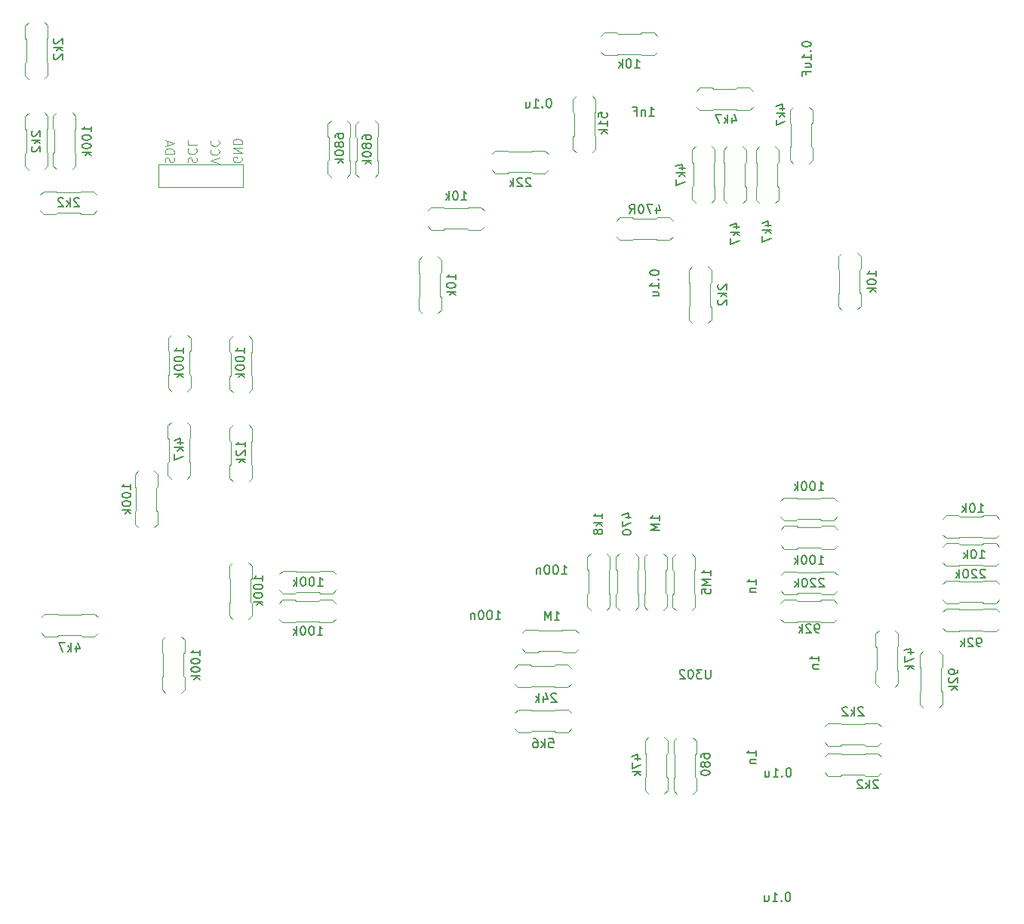
<source format=gbr>
%TF.GenerationSoftware,KiCad,Pcbnew,7.0.7*%
%TF.CreationDate,2024-02-11T13:34:09-07:00*%
%TF.ProjectId,TunerVCO,54756e65-7256-4434-9f2e-6b696361645f,rev?*%
%TF.SameCoordinates,Original*%
%TF.FileFunction,Legend,Bot*%
%TF.FilePolarity,Positive*%
%FSLAX46Y46*%
G04 Gerber Fmt 4.6, Leading zero omitted, Abs format (unit mm)*
G04 Created by KiCad (PCBNEW 7.0.7) date 2024-02-11 13:34:09*
%MOMM*%
%LPD*%
G01*
G04 APERTURE LIST*
%ADD10C,0.150000*%
%ADD11C,0.100000*%
%ADD12C,0.120000*%
G04 APERTURE END LIST*
D10*
X65382219Y44237438D02*
X65382219Y44808866D01*
X65382219Y44523152D02*
X64382219Y44523152D01*
X64382219Y44523152D02*
X64525076Y44618390D01*
X64525076Y44618390D02*
X64620314Y44713628D01*
X64620314Y44713628D02*
X64667933Y44808866D01*
X65382219Y43808866D02*
X64382219Y43808866D01*
X65001266Y43713628D02*
X65382219Y43427914D01*
X64715552Y43427914D02*
X65096504Y43808866D01*
X64810790Y42856485D02*
X64763171Y42951723D01*
X64763171Y42951723D02*
X64715552Y42999342D01*
X64715552Y42999342D02*
X64620314Y43046961D01*
X64620314Y43046961D02*
X64572695Y43046961D01*
X64572695Y43046961D02*
X64477457Y42999342D01*
X64477457Y42999342D02*
X64429838Y42951723D01*
X64429838Y42951723D02*
X64382219Y42856485D01*
X64382219Y42856485D02*
X64382219Y42666009D01*
X64382219Y42666009D02*
X64429838Y42570771D01*
X64429838Y42570771D02*
X64477457Y42523152D01*
X64477457Y42523152D02*
X64572695Y42475533D01*
X64572695Y42475533D02*
X64620314Y42475533D01*
X64620314Y42475533D02*
X64715552Y42523152D01*
X64715552Y42523152D02*
X64763171Y42570771D01*
X64763171Y42570771D02*
X64810790Y42666009D01*
X64810790Y42666009D02*
X64810790Y42856485D01*
X64810790Y42856485D02*
X64858409Y42951723D01*
X64858409Y42951723D02*
X64906028Y42999342D01*
X64906028Y42999342D02*
X65001266Y43046961D01*
X65001266Y43046961D02*
X65191742Y43046961D01*
X65191742Y43046961D02*
X65286980Y42999342D01*
X65286980Y42999342D02*
X65334600Y42951723D01*
X65334600Y42951723D02*
X65382219Y42856485D01*
X65382219Y42856485D02*
X65382219Y42666009D01*
X65382219Y42666009D02*
X65334600Y42570771D01*
X65334600Y42570771D02*
X65286980Y42523152D01*
X65286980Y42523152D02*
X65191742Y42475533D01*
X65191742Y42475533D02*
X65001266Y42475533D01*
X65001266Y42475533D02*
X64906028Y42523152D01*
X64906028Y42523152D02*
X64858409Y42570771D01*
X64858409Y42570771D02*
X64810790Y42666009D01*
X67941352Y44404104D02*
X68608019Y44404104D01*
X67560400Y44642199D02*
X68274685Y44880294D01*
X68274685Y44880294D02*
X68274685Y44261247D01*
X67608019Y43975532D02*
X67608019Y43308866D01*
X67608019Y43308866D02*
X68608019Y43737437D01*
X67608019Y42737437D02*
X67608019Y42642199D01*
X67608019Y42642199D02*
X67655638Y42546961D01*
X67655638Y42546961D02*
X67703257Y42499342D01*
X67703257Y42499342D02*
X67798495Y42451723D01*
X67798495Y42451723D02*
X67988971Y42404104D01*
X67988971Y42404104D02*
X68227066Y42404104D01*
X68227066Y42404104D02*
X68417542Y42451723D01*
X68417542Y42451723D02*
X68512780Y42499342D01*
X68512780Y42499342D02*
X68560400Y42546961D01*
X68560400Y42546961D02*
X68608019Y42642199D01*
X68608019Y42642199D02*
X68608019Y42737437D01*
X68608019Y42737437D02*
X68560400Y42832675D01*
X68560400Y42832675D02*
X68512780Y42880294D01*
X68512780Y42880294D02*
X68417542Y42927913D01*
X68417542Y42927913D02*
X68227066Y42975532D01*
X68227066Y42975532D02*
X67988971Y42975532D01*
X67988971Y42975532D02*
X67798495Y42927913D01*
X67798495Y42927913D02*
X67703257Y42880294D01*
X67703257Y42880294D02*
X67655638Y42832675D01*
X67655638Y42832675D02*
X67608019Y42737437D01*
X25270619Y52284238D02*
X25270619Y52855666D01*
X25270619Y52569952D02*
X24270619Y52569952D01*
X24270619Y52569952D02*
X24413476Y52665190D01*
X24413476Y52665190D02*
X24508714Y52760428D01*
X24508714Y52760428D02*
X24556333Y52855666D01*
X24365857Y51903285D02*
X24318238Y51855666D01*
X24318238Y51855666D02*
X24270619Y51760428D01*
X24270619Y51760428D02*
X24270619Y51522333D01*
X24270619Y51522333D02*
X24318238Y51427095D01*
X24318238Y51427095D02*
X24365857Y51379476D01*
X24365857Y51379476D02*
X24461095Y51331857D01*
X24461095Y51331857D02*
X24556333Y51331857D01*
X24556333Y51331857D02*
X24699190Y51379476D01*
X24699190Y51379476D02*
X25270619Y51950904D01*
X25270619Y51950904D02*
X25270619Y51331857D01*
X25270619Y50903285D02*
X24270619Y50903285D01*
X24889666Y50808047D02*
X25270619Y50522333D01*
X24603952Y50522333D02*
X24984904Y50903285D01*
X60201266Y24559542D02*
X60153647Y24607161D01*
X60153647Y24607161D02*
X60058409Y24654780D01*
X60058409Y24654780D02*
X59820314Y24654780D01*
X59820314Y24654780D02*
X59725076Y24607161D01*
X59725076Y24607161D02*
X59677457Y24559542D01*
X59677457Y24559542D02*
X59629838Y24464304D01*
X59629838Y24464304D02*
X59629838Y24369066D01*
X59629838Y24369066D02*
X59677457Y24226209D01*
X59677457Y24226209D02*
X60248885Y23654780D01*
X60248885Y23654780D02*
X59629838Y23654780D01*
X58772695Y24321447D02*
X58772695Y23654780D01*
X59010790Y24702400D02*
X59248885Y23988114D01*
X59248885Y23988114D02*
X58629838Y23988114D01*
X58248885Y23654780D02*
X58248885Y24654780D01*
X58153647Y24035733D02*
X57867933Y23654780D01*
X57867933Y24321447D02*
X58248885Y23940495D01*
X90243056Y37437342D02*
X90195437Y37484961D01*
X90195437Y37484961D02*
X90100199Y37532580D01*
X90100199Y37532580D02*
X89862104Y37532580D01*
X89862104Y37532580D02*
X89766866Y37484961D01*
X89766866Y37484961D02*
X89719247Y37437342D01*
X89719247Y37437342D02*
X89671628Y37342104D01*
X89671628Y37342104D02*
X89671628Y37246866D01*
X89671628Y37246866D02*
X89719247Y37104009D01*
X89719247Y37104009D02*
X90290675Y36532580D01*
X90290675Y36532580D02*
X89671628Y36532580D01*
X89290675Y37437342D02*
X89243056Y37484961D01*
X89243056Y37484961D02*
X89147818Y37532580D01*
X89147818Y37532580D02*
X88909723Y37532580D01*
X88909723Y37532580D02*
X88814485Y37484961D01*
X88814485Y37484961D02*
X88766866Y37437342D01*
X88766866Y37437342D02*
X88719247Y37342104D01*
X88719247Y37342104D02*
X88719247Y37246866D01*
X88719247Y37246866D02*
X88766866Y37104009D01*
X88766866Y37104009D02*
X89338294Y36532580D01*
X89338294Y36532580D02*
X88719247Y36532580D01*
X88100199Y37532580D02*
X88004961Y37532580D01*
X88004961Y37532580D02*
X87909723Y37484961D01*
X87909723Y37484961D02*
X87862104Y37437342D01*
X87862104Y37437342D02*
X87814485Y37342104D01*
X87814485Y37342104D02*
X87766866Y37151628D01*
X87766866Y37151628D02*
X87766866Y36913533D01*
X87766866Y36913533D02*
X87814485Y36723057D01*
X87814485Y36723057D02*
X87862104Y36627819D01*
X87862104Y36627819D02*
X87909723Y36580200D01*
X87909723Y36580200D02*
X88004961Y36532580D01*
X88004961Y36532580D02*
X88100199Y36532580D01*
X88100199Y36532580D02*
X88195437Y36580200D01*
X88195437Y36580200D02*
X88243056Y36627819D01*
X88243056Y36627819D02*
X88290675Y36723057D01*
X88290675Y36723057D02*
X88338294Y36913533D01*
X88338294Y36913533D02*
X88338294Y37151628D01*
X88338294Y37151628D02*
X88290675Y37342104D01*
X88290675Y37342104D02*
X88243056Y37437342D01*
X88243056Y37437342D02*
X88195437Y37484961D01*
X88195437Y37484961D02*
X88100199Y37532580D01*
X87338294Y36532580D02*
X87338294Y37532580D01*
X87243056Y36913533D02*
X86957342Y36532580D01*
X86957342Y37199247D02*
X87338294Y36818295D01*
X3868057Y98118466D02*
X3820438Y98070847D01*
X3820438Y98070847D02*
X3772819Y97975609D01*
X3772819Y97975609D02*
X3772819Y97737514D01*
X3772819Y97737514D02*
X3820438Y97642276D01*
X3820438Y97642276D02*
X3868057Y97594657D01*
X3868057Y97594657D02*
X3963295Y97547038D01*
X3963295Y97547038D02*
X4058533Y97547038D01*
X4058533Y97547038D02*
X4201390Y97594657D01*
X4201390Y97594657D02*
X4772819Y98166085D01*
X4772819Y98166085D02*
X4772819Y97547038D01*
X4772819Y97118466D02*
X3772819Y97118466D01*
X4391866Y97023228D02*
X4772819Y96737514D01*
X4106152Y96737514D02*
X4487104Y97118466D01*
X3868057Y96356561D02*
X3820438Y96308942D01*
X3820438Y96308942D02*
X3772819Y96213704D01*
X3772819Y96213704D02*
X3772819Y95975609D01*
X3772819Y95975609D02*
X3820438Y95880371D01*
X3820438Y95880371D02*
X3868057Y95832752D01*
X3868057Y95832752D02*
X3963295Y95785133D01*
X3963295Y95785133D02*
X4058533Y95785133D01*
X4058533Y95785133D02*
X4201390Y95832752D01*
X4201390Y95832752D02*
X4772819Y96404180D01*
X4772819Y96404180D02*
X4772819Y95785133D01*
X49546038Y79991980D02*
X50117466Y79991980D01*
X49831752Y79991980D02*
X49831752Y80991980D01*
X49831752Y80991980D02*
X49926990Y80849123D01*
X49926990Y80849123D02*
X50022228Y80753885D01*
X50022228Y80753885D02*
X50117466Y80706266D01*
X48926990Y80991980D02*
X48831752Y80991980D01*
X48831752Y80991980D02*
X48736514Y80944361D01*
X48736514Y80944361D02*
X48688895Y80896742D01*
X48688895Y80896742D02*
X48641276Y80801504D01*
X48641276Y80801504D02*
X48593657Y80611028D01*
X48593657Y80611028D02*
X48593657Y80372933D01*
X48593657Y80372933D02*
X48641276Y80182457D01*
X48641276Y80182457D02*
X48688895Y80087219D01*
X48688895Y80087219D02*
X48736514Y80039600D01*
X48736514Y80039600D02*
X48831752Y79991980D01*
X48831752Y79991980D02*
X48926990Y79991980D01*
X48926990Y79991980D02*
X49022228Y80039600D01*
X49022228Y80039600D02*
X49069847Y80087219D01*
X49069847Y80087219D02*
X49117466Y80182457D01*
X49117466Y80182457D02*
X49165085Y80372933D01*
X49165085Y80372933D02*
X49165085Y80611028D01*
X49165085Y80611028D02*
X49117466Y80801504D01*
X49117466Y80801504D02*
X49069847Y80896742D01*
X49069847Y80896742D02*
X49022228Y80944361D01*
X49022228Y80944361D02*
X48926990Y80991980D01*
X48165085Y79991980D02*
X48165085Y80991980D01*
X48069847Y80372933D02*
X47784133Y79991980D01*
X47784133Y80658647D02*
X48165085Y80277695D01*
X108327856Y38453342D02*
X108280237Y38500961D01*
X108280237Y38500961D02*
X108184999Y38548580D01*
X108184999Y38548580D02*
X107946904Y38548580D01*
X107946904Y38548580D02*
X107851666Y38500961D01*
X107851666Y38500961D02*
X107804047Y38453342D01*
X107804047Y38453342D02*
X107756428Y38358104D01*
X107756428Y38358104D02*
X107756428Y38262866D01*
X107756428Y38262866D02*
X107804047Y38120009D01*
X107804047Y38120009D02*
X108375475Y37548580D01*
X108375475Y37548580D02*
X107756428Y37548580D01*
X107375475Y38453342D02*
X107327856Y38500961D01*
X107327856Y38500961D02*
X107232618Y38548580D01*
X107232618Y38548580D02*
X106994523Y38548580D01*
X106994523Y38548580D02*
X106899285Y38500961D01*
X106899285Y38500961D02*
X106851666Y38453342D01*
X106851666Y38453342D02*
X106804047Y38358104D01*
X106804047Y38358104D02*
X106804047Y38262866D01*
X106804047Y38262866D02*
X106851666Y38120009D01*
X106851666Y38120009D02*
X107423094Y37548580D01*
X107423094Y37548580D02*
X106804047Y37548580D01*
X106184999Y38548580D02*
X106089761Y38548580D01*
X106089761Y38548580D02*
X105994523Y38500961D01*
X105994523Y38500961D02*
X105946904Y38453342D01*
X105946904Y38453342D02*
X105899285Y38358104D01*
X105899285Y38358104D02*
X105851666Y38167628D01*
X105851666Y38167628D02*
X105851666Y37929533D01*
X105851666Y37929533D02*
X105899285Y37739057D01*
X105899285Y37739057D02*
X105946904Y37643819D01*
X105946904Y37643819D02*
X105994523Y37596200D01*
X105994523Y37596200D02*
X106089761Y37548580D01*
X106089761Y37548580D02*
X106184999Y37548580D01*
X106184999Y37548580D02*
X106280237Y37596200D01*
X106280237Y37596200D02*
X106327856Y37643819D01*
X106327856Y37643819D02*
X106375475Y37739057D01*
X106375475Y37739057D02*
X106423094Y37929533D01*
X106423094Y37929533D02*
X106423094Y38167628D01*
X106423094Y38167628D02*
X106375475Y38358104D01*
X106375475Y38358104D02*
X106327856Y38453342D01*
X106327856Y38453342D02*
X106280237Y38500961D01*
X106280237Y38500961D02*
X106184999Y38548580D01*
X105423094Y37548580D02*
X105423094Y38548580D01*
X105327856Y37929533D02*
X105042142Y37548580D01*
X105042142Y38215247D02*
X105423094Y37834295D01*
X59372657Y19523980D02*
X59848847Y19523980D01*
X59848847Y19523980D02*
X59896466Y19047790D01*
X59896466Y19047790D02*
X59848847Y19095409D01*
X59848847Y19095409D02*
X59753609Y19143028D01*
X59753609Y19143028D02*
X59515514Y19143028D01*
X59515514Y19143028D02*
X59420276Y19095409D01*
X59420276Y19095409D02*
X59372657Y19047790D01*
X59372657Y19047790D02*
X59325038Y18952552D01*
X59325038Y18952552D02*
X59325038Y18714457D01*
X59325038Y18714457D02*
X59372657Y18619219D01*
X59372657Y18619219D02*
X59420276Y18571600D01*
X59420276Y18571600D02*
X59515514Y18523980D01*
X59515514Y18523980D02*
X59753609Y18523980D01*
X59753609Y18523980D02*
X59848847Y18571600D01*
X59848847Y18571600D02*
X59896466Y18619219D01*
X58896466Y18523980D02*
X58896466Y19523980D01*
X58801228Y18904933D02*
X58515514Y18523980D01*
X58515514Y19190647D02*
X58896466Y18809695D01*
X57658371Y19523980D02*
X57848847Y19523980D01*
X57848847Y19523980D02*
X57944085Y19476361D01*
X57944085Y19476361D02*
X57991704Y19428742D01*
X57991704Y19428742D02*
X58086942Y19285885D01*
X58086942Y19285885D02*
X58134561Y19095409D01*
X58134561Y19095409D02*
X58134561Y18714457D01*
X58134561Y18714457D02*
X58086942Y18619219D01*
X58086942Y18619219D02*
X58039323Y18571600D01*
X58039323Y18571600D02*
X57944085Y18523980D01*
X57944085Y18523980D02*
X57753609Y18523980D01*
X57753609Y18523980D02*
X57658371Y18571600D01*
X57658371Y18571600D02*
X57610752Y18619219D01*
X57610752Y18619219D02*
X57563133Y18714457D01*
X57563133Y18714457D02*
X57563133Y18952552D01*
X57563133Y18952552D02*
X57610752Y19047790D01*
X57610752Y19047790D02*
X57658371Y19095409D01*
X57658371Y19095409D02*
X57753609Y19143028D01*
X57753609Y19143028D02*
X57944085Y19143028D01*
X57944085Y19143028D02*
X58039323Y19095409D01*
X58039323Y19095409D02*
X58086942Y19047790D01*
X58086942Y19047790D02*
X58134561Y18952552D01*
X6653066Y80155142D02*
X6605447Y80202761D01*
X6605447Y80202761D02*
X6510209Y80250380D01*
X6510209Y80250380D02*
X6272114Y80250380D01*
X6272114Y80250380D02*
X6176876Y80202761D01*
X6176876Y80202761D02*
X6129257Y80155142D01*
X6129257Y80155142D02*
X6081638Y80059904D01*
X6081638Y80059904D02*
X6081638Y79964666D01*
X6081638Y79964666D02*
X6129257Y79821809D01*
X6129257Y79821809D02*
X6700685Y79250380D01*
X6700685Y79250380D02*
X6081638Y79250380D01*
X5653066Y79250380D02*
X5653066Y80250380D01*
X5557828Y79631333D02*
X5272114Y79250380D01*
X5272114Y79917047D02*
X5653066Y79536095D01*
X4891161Y80155142D02*
X4843542Y80202761D01*
X4843542Y80202761D02*
X4748304Y80250380D01*
X4748304Y80250380D02*
X4510209Y80250380D01*
X4510209Y80250380D02*
X4414971Y80202761D01*
X4414971Y80202761D02*
X4367352Y80155142D01*
X4367352Y80155142D02*
X4319733Y80059904D01*
X4319733Y80059904D02*
X4319733Y79964666D01*
X4319733Y79964666D02*
X4367352Y79821809D01*
X4367352Y79821809D02*
X4938780Y79250380D01*
X4938780Y79250380D02*
X4319733Y79250380D01*
X18336419Y62818828D02*
X18336419Y63390256D01*
X18336419Y63104542D02*
X17336419Y63104542D01*
X17336419Y63104542D02*
X17479276Y63199780D01*
X17479276Y63199780D02*
X17574514Y63295018D01*
X17574514Y63295018D02*
X17622133Y63390256D01*
X17336419Y62199780D02*
X17336419Y62104542D01*
X17336419Y62104542D02*
X17384038Y62009304D01*
X17384038Y62009304D02*
X17431657Y61961685D01*
X17431657Y61961685D02*
X17526895Y61914066D01*
X17526895Y61914066D02*
X17717371Y61866447D01*
X17717371Y61866447D02*
X17955466Y61866447D01*
X17955466Y61866447D02*
X18145942Y61914066D01*
X18145942Y61914066D02*
X18241180Y61961685D01*
X18241180Y61961685D02*
X18288800Y62009304D01*
X18288800Y62009304D02*
X18336419Y62104542D01*
X18336419Y62104542D02*
X18336419Y62199780D01*
X18336419Y62199780D02*
X18288800Y62295018D01*
X18288800Y62295018D02*
X18241180Y62342637D01*
X18241180Y62342637D02*
X18145942Y62390256D01*
X18145942Y62390256D02*
X17955466Y62437875D01*
X17955466Y62437875D02*
X17717371Y62437875D01*
X17717371Y62437875D02*
X17526895Y62390256D01*
X17526895Y62390256D02*
X17431657Y62342637D01*
X17431657Y62342637D02*
X17384038Y62295018D01*
X17384038Y62295018D02*
X17336419Y62199780D01*
X17336419Y61247399D02*
X17336419Y61152161D01*
X17336419Y61152161D02*
X17384038Y61056923D01*
X17384038Y61056923D02*
X17431657Y61009304D01*
X17431657Y61009304D02*
X17526895Y60961685D01*
X17526895Y60961685D02*
X17717371Y60914066D01*
X17717371Y60914066D02*
X17955466Y60914066D01*
X17955466Y60914066D02*
X18145942Y60961685D01*
X18145942Y60961685D02*
X18241180Y61009304D01*
X18241180Y61009304D02*
X18288800Y61056923D01*
X18288800Y61056923D02*
X18336419Y61152161D01*
X18336419Y61152161D02*
X18336419Y61247399D01*
X18336419Y61247399D02*
X18288800Y61342637D01*
X18288800Y61342637D02*
X18241180Y61390256D01*
X18241180Y61390256D02*
X18145942Y61437875D01*
X18145942Y61437875D02*
X17955466Y61485494D01*
X17955466Y61485494D02*
X17717371Y61485494D01*
X17717371Y61485494D02*
X17526895Y61437875D01*
X17526895Y61437875D02*
X17431657Y61390256D01*
X17431657Y61390256D02*
X17384038Y61342637D01*
X17384038Y61342637D02*
X17336419Y61247399D01*
X18336419Y60485494D02*
X17336419Y60485494D01*
X17955466Y60390256D02*
X18336419Y60104542D01*
X17669752Y60104542D02*
X18050704Y60485494D01*
D11*
X24879761Y84774693D02*
X24927380Y84679455D01*
X24927380Y84679455D02*
X24927380Y84536598D01*
X24927380Y84536598D02*
X24879761Y84393741D01*
X24879761Y84393741D02*
X24784523Y84298503D01*
X24784523Y84298503D02*
X24689285Y84250884D01*
X24689285Y84250884D02*
X24498809Y84203265D01*
X24498809Y84203265D02*
X24355952Y84203265D01*
X24355952Y84203265D02*
X24165476Y84250884D01*
X24165476Y84250884D02*
X24070238Y84298503D01*
X24070238Y84298503D02*
X23975000Y84393741D01*
X23975000Y84393741D02*
X23927380Y84536598D01*
X23927380Y84536598D02*
X23927380Y84631836D01*
X23927380Y84631836D02*
X23975000Y84774693D01*
X23975000Y84774693D02*
X24022619Y84822312D01*
X24022619Y84822312D02*
X24355952Y84822312D01*
X24355952Y84822312D02*
X24355952Y84631836D01*
X23927380Y85250884D02*
X24927380Y85250884D01*
X24927380Y85250884D02*
X23927380Y85822312D01*
X23927380Y85822312D02*
X24927380Y85822312D01*
X23927380Y86298503D02*
X24927380Y86298503D01*
X24927380Y86298503D02*
X24927380Y86536598D01*
X24927380Y86536598D02*
X24879761Y86679455D01*
X24879761Y86679455D02*
X24784523Y86774693D01*
X24784523Y86774693D02*
X24689285Y86822312D01*
X24689285Y86822312D02*
X24498809Y86869931D01*
X24498809Y86869931D02*
X24355952Y86869931D01*
X24355952Y86869931D02*
X24165476Y86822312D01*
X24165476Y86822312D02*
X24070238Y86774693D01*
X24070238Y86774693D02*
X23975000Y86679455D01*
X23975000Y86679455D02*
X23927380Y86536598D01*
X23927380Y86536598D02*
X23927380Y86298503D01*
X16355000Y84203265D02*
X16307380Y84346122D01*
X16307380Y84346122D02*
X16307380Y84584217D01*
X16307380Y84584217D02*
X16355000Y84679455D01*
X16355000Y84679455D02*
X16402619Y84727074D01*
X16402619Y84727074D02*
X16497857Y84774693D01*
X16497857Y84774693D02*
X16593095Y84774693D01*
X16593095Y84774693D02*
X16688333Y84727074D01*
X16688333Y84727074D02*
X16735952Y84679455D01*
X16735952Y84679455D02*
X16783571Y84584217D01*
X16783571Y84584217D02*
X16831190Y84393741D01*
X16831190Y84393741D02*
X16878809Y84298503D01*
X16878809Y84298503D02*
X16926428Y84250884D01*
X16926428Y84250884D02*
X17021666Y84203265D01*
X17021666Y84203265D02*
X17116904Y84203265D01*
X17116904Y84203265D02*
X17212142Y84250884D01*
X17212142Y84250884D02*
X17259761Y84298503D01*
X17259761Y84298503D02*
X17307380Y84393741D01*
X17307380Y84393741D02*
X17307380Y84631836D01*
X17307380Y84631836D02*
X17259761Y84774693D01*
X16307380Y85203265D02*
X17307380Y85203265D01*
X17307380Y85203265D02*
X17307380Y85441360D01*
X17307380Y85441360D02*
X17259761Y85584217D01*
X17259761Y85584217D02*
X17164523Y85679455D01*
X17164523Y85679455D02*
X17069285Y85727074D01*
X17069285Y85727074D02*
X16878809Y85774693D01*
X16878809Y85774693D02*
X16735952Y85774693D01*
X16735952Y85774693D02*
X16545476Y85727074D01*
X16545476Y85727074D02*
X16450238Y85679455D01*
X16450238Y85679455D02*
X16355000Y85584217D01*
X16355000Y85584217D02*
X16307380Y85441360D01*
X16307380Y85441360D02*
X16307380Y85203265D01*
X16593095Y86155646D02*
X16593095Y86631836D01*
X16307380Y86060408D02*
X17307380Y86393741D01*
X17307380Y86393741D02*
X16307380Y86727074D01*
X18895000Y84203265D02*
X18847380Y84346122D01*
X18847380Y84346122D02*
X18847380Y84584217D01*
X18847380Y84584217D02*
X18895000Y84679455D01*
X18895000Y84679455D02*
X18942619Y84727074D01*
X18942619Y84727074D02*
X19037857Y84774693D01*
X19037857Y84774693D02*
X19133095Y84774693D01*
X19133095Y84774693D02*
X19228333Y84727074D01*
X19228333Y84727074D02*
X19275952Y84679455D01*
X19275952Y84679455D02*
X19323571Y84584217D01*
X19323571Y84584217D02*
X19371190Y84393741D01*
X19371190Y84393741D02*
X19418809Y84298503D01*
X19418809Y84298503D02*
X19466428Y84250884D01*
X19466428Y84250884D02*
X19561666Y84203265D01*
X19561666Y84203265D02*
X19656904Y84203265D01*
X19656904Y84203265D02*
X19752142Y84250884D01*
X19752142Y84250884D02*
X19799761Y84298503D01*
X19799761Y84298503D02*
X19847380Y84393741D01*
X19847380Y84393741D02*
X19847380Y84631836D01*
X19847380Y84631836D02*
X19799761Y84774693D01*
X18942619Y85774693D02*
X18895000Y85727074D01*
X18895000Y85727074D02*
X18847380Y85584217D01*
X18847380Y85584217D02*
X18847380Y85488979D01*
X18847380Y85488979D02*
X18895000Y85346122D01*
X18895000Y85346122D02*
X18990238Y85250884D01*
X18990238Y85250884D02*
X19085476Y85203265D01*
X19085476Y85203265D02*
X19275952Y85155646D01*
X19275952Y85155646D02*
X19418809Y85155646D01*
X19418809Y85155646D02*
X19609285Y85203265D01*
X19609285Y85203265D02*
X19704523Y85250884D01*
X19704523Y85250884D02*
X19799761Y85346122D01*
X19799761Y85346122D02*
X19847380Y85488979D01*
X19847380Y85488979D02*
X19847380Y85584217D01*
X19847380Y85584217D02*
X19799761Y85727074D01*
X19799761Y85727074D02*
X19752142Y85774693D01*
X18847380Y86679455D02*
X18847380Y86203265D01*
X18847380Y86203265D02*
X19847380Y86203265D01*
X22387380Y84108027D02*
X21387380Y84441360D01*
X21387380Y84441360D02*
X22387380Y84774693D01*
X21482619Y85679455D02*
X21435000Y85631836D01*
X21435000Y85631836D02*
X21387380Y85488979D01*
X21387380Y85488979D02*
X21387380Y85393741D01*
X21387380Y85393741D02*
X21435000Y85250884D01*
X21435000Y85250884D02*
X21530238Y85155646D01*
X21530238Y85155646D02*
X21625476Y85108027D01*
X21625476Y85108027D02*
X21815952Y85060408D01*
X21815952Y85060408D02*
X21958809Y85060408D01*
X21958809Y85060408D02*
X22149285Y85108027D01*
X22149285Y85108027D02*
X22244523Y85155646D01*
X22244523Y85155646D02*
X22339761Y85250884D01*
X22339761Y85250884D02*
X22387380Y85393741D01*
X22387380Y85393741D02*
X22387380Y85488979D01*
X22387380Y85488979D02*
X22339761Y85631836D01*
X22339761Y85631836D02*
X22292142Y85679455D01*
X21482619Y86679455D02*
X21435000Y86631836D01*
X21435000Y86631836D02*
X21387380Y86488979D01*
X21387380Y86488979D02*
X21387380Y86393741D01*
X21387380Y86393741D02*
X21435000Y86250884D01*
X21435000Y86250884D02*
X21530238Y86155646D01*
X21530238Y86155646D02*
X21625476Y86108027D01*
X21625476Y86108027D02*
X21815952Y86060408D01*
X21815952Y86060408D02*
X21958809Y86060408D01*
X21958809Y86060408D02*
X22149285Y86108027D01*
X22149285Y86108027D02*
X22244523Y86155646D01*
X22244523Y86155646D02*
X22339761Y86250884D01*
X22339761Y86250884D02*
X22387380Y86393741D01*
X22387380Y86393741D02*
X22387380Y86488979D01*
X22387380Y86488979D02*
X22339761Y86631836D01*
X22339761Y86631836D02*
X22292142Y86679455D01*
D10*
X94643666Y23010142D02*
X94596047Y23057761D01*
X94596047Y23057761D02*
X94500809Y23105380D01*
X94500809Y23105380D02*
X94262714Y23105380D01*
X94262714Y23105380D02*
X94167476Y23057761D01*
X94167476Y23057761D02*
X94119857Y23010142D01*
X94119857Y23010142D02*
X94072238Y22914904D01*
X94072238Y22914904D02*
X94072238Y22819666D01*
X94072238Y22819666D02*
X94119857Y22676809D01*
X94119857Y22676809D02*
X94691285Y22105380D01*
X94691285Y22105380D02*
X94072238Y22105380D01*
X93643666Y22105380D02*
X93643666Y23105380D01*
X93548428Y22486333D02*
X93262714Y22105380D01*
X93262714Y22772047D02*
X93643666Y22391095D01*
X92881761Y23010142D02*
X92834142Y23057761D01*
X92834142Y23057761D02*
X92738904Y23105380D01*
X92738904Y23105380D02*
X92500809Y23105380D01*
X92500809Y23105380D02*
X92405571Y23057761D01*
X92405571Y23057761D02*
X92357952Y23010142D01*
X92357952Y23010142D02*
X92310333Y22914904D01*
X92310333Y22914904D02*
X92310333Y22819666D01*
X92310333Y22819666D02*
X92357952Y22676809D01*
X92357952Y22676809D02*
X92929380Y22105380D01*
X92929380Y22105380D02*
X92310333Y22105380D01*
X89668496Y28243863D02*
X89668496Y28820080D01*
X89668496Y28531972D02*
X88660116Y28531972D01*
X88660116Y28531972D02*
X88804170Y28628008D01*
X88804170Y28628008D02*
X88900206Y28724044D01*
X88900206Y28724044D02*
X88948224Y28820080D01*
X88996242Y27811700D02*
X89668496Y27811700D01*
X89092278Y27811700D02*
X89044260Y27763682D01*
X89044260Y27763682D02*
X88996242Y27667646D01*
X88996242Y27667646D02*
X88996242Y27523591D01*
X88996242Y27523591D02*
X89044260Y27427555D01*
X89044260Y27427555D02*
X89140297Y27379537D01*
X89140297Y27379537D02*
X89668496Y27379537D01*
X77523419Y37876304D02*
X77523419Y38447732D01*
X77523419Y38162018D02*
X76523419Y38162018D01*
X76523419Y38162018D02*
X76666276Y38257256D01*
X76666276Y38257256D02*
X76761514Y38352494D01*
X76761514Y38352494D02*
X76809133Y38447732D01*
X77523419Y37447732D02*
X76523419Y37447732D01*
X76523419Y37447732D02*
X77237704Y37114399D01*
X77237704Y37114399D02*
X76523419Y36781066D01*
X76523419Y36781066D02*
X77523419Y36781066D01*
X76523419Y35828685D02*
X76523419Y36304875D01*
X76523419Y36304875D02*
X76999609Y36352494D01*
X76999609Y36352494D02*
X76951990Y36304875D01*
X76951990Y36304875D02*
X76904371Y36209637D01*
X76904371Y36209637D02*
X76904371Y35971542D01*
X76904371Y35971542D02*
X76951990Y35876304D01*
X76951990Y35876304D02*
X76999609Y35828685D01*
X76999609Y35828685D02*
X77094847Y35781066D01*
X77094847Y35781066D02*
X77332942Y35781066D01*
X77332942Y35781066D02*
X77428180Y35828685D01*
X77428180Y35828685D02*
X77475800Y35876304D01*
X77475800Y35876304D02*
X77523419Y35971542D01*
X77523419Y35971542D02*
X77523419Y36209637D01*
X77523419Y36209637D02*
X77475800Y36304875D01*
X77475800Y36304875D02*
X77428180Y36352494D01*
X73961152Y83550276D02*
X74627819Y83550276D01*
X73580200Y83788371D02*
X74294485Y84026466D01*
X74294485Y84026466D02*
X74294485Y83407419D01*
X74627819Y83026466D02*
X73627819Y83026466D01*
X74246866Y82931228D02*
X74627819Y82645514D01*
X73961152Y82645514D02*
X74342104Y83026466D01*
X73627819Y82312180D02*
X73627819Y81645514D01*
X73627819Y81645514D02*
X74627819Y82074085D01*
X35345019Y86993266D02*
X35345019Y87183742D01*
X35345019Y87183742D02*
X35392638Y87278980D01*
X35392638Y87278980D02*
X35440257Y87326599D01*
X35440257Y87326599D02*
X35583114Y87421837D01*
X35583114Y87421837D02*
X35773590Y87469456D01*
X35773590Y87469456D02*
X36154542Y87469456D01*
X36154542Y87469456D02*
X36249780Y87421837D01*
X36249780Y87421837D02*
X36297400Y87374218D01*
X36297400Y87374218D02*
X36345019Y87278980D01*
X36345019Y87278980D02*
X36345019Y87088504D01*
X36345019Y87088504D02*
X36297400Y86993266D01*
X36297400Y86993266D02*
X36249780Y86945647D01*
X36249780Y86945647D02*
X36154542Y86898028D01*
X36154542Y86898028D02*
X35916447Y86898028D01*
X35916447Y86898028D02*
X35821209Y86945647D01*
X35821209Y86945647D02*
X35773590Y86993266D01*
X35773590Y86993266D02*
X35725971Y87088504D01*
X35725971Y87088504D02*
X35725971Y87278980D01*
X35725971Y87278980D02*
X35773590Y87374218D01*
X35773590Y87374218D02*
X35821209Y87421837D01*
X35821209Y87421837D02*
X35916447Y87469456D01*
X35773590Y86326599D02*
X35725971Y86421837D01*
X35725971Y86421837D02*
X35678352Y86469456D01*
X35678352Y86469456D02*
X35583114Y86517075D01*
X35583114Y86517075D02*
X35535495Y86517075D01*
X35535495Y86517075D02*
X35440257Y86469456D01*
X35440257Y86469456D02*
X35392638Y86421837D01*
X35392638Y86421837D02*
X35345019Y86326599D01*
X35345019Y86326599D02*
X35345019Y86136123D01*
X35345019Y86136123D02*
X35392638Y86040885D01*
X35392638Y86040885D02*
X35440257Y85993266D01*
X35440257Y85993266D02*
X35535495Y85945647D01*
X35535495Y85945647D02*
X35583114Y85945647D01*
X35583114Y85945647D02*
X35678352Y85993266D01*
X35678352Y85993266D02*
X35725971Y86040885D01*
X35725971Y86040885D02*
X35773590Y86136123D01*
X35773590Y86136123D02*
X35773590Y86326599D01*
X35773590Y86326599D02*
X35821209Y86421837D01*
X35821209Y86421837D02*
X35868828Y86469456D01*
X35868828Y86469456D02*
X35964066Y86517075D01*
X35964066Y86517075D02*
X36154542Y86517075D01*
X36154542Y86517075D02*
X36249780Y86469456D01*
X36249780Y86469456D02*
X36297400Y86421837D01*
X36297400Y86421837D02*
X36345019Y86326599D01*
X36345019Y86326599D02*
X36345019Y86136123D01*
X36345019Y86136123D02*
X36297400Y86040885D01*
X36297400Y86040885D02*
X36249780Y85993266D01*
X36249780Y85993266D02*
X36154542Y85945647D01*
X36154542Y85945647D02*
X35964066Y85945647D01*
X35964066Y85945647D02*
X35868828Y85993266D01*
X35868828Y85993266D02*
X35821209Y86040885D01*
X35821209Y86040885D02*
X35773590Y86136123D01*
X35345019Y85326599D02*
X35345019Y85231361D01*
X35345019Y85231361D02*
X35392638Y85136123D01*
X35392638Y85136123D02*
X35440257Y85088504D01*
X35440257Y85088504D02*
X35535495Y85040885D01*
X35535495Y85040885D02*
X35725971Y84993266D01*
X35725971Y84993266D02*
X35964066Y84993266D01*
X35964066Y84993266D02*
X36154542Y85040885D01*
X36154542Y85040885D02*
X36249780Y85088504D01*
X36249780Y85088504D02*
X36297400Y85136123D01*
X36297400Y85136123D02*
X36345019Y85231361D01*
X36345019Y85231361D02*
X36345019Y85326599D01*
X36345019Y85326599D02*
X36297400Y85421837D01*
X36297400Y85421837D02*
X36249780Y85469456D01*
X36249780Y85469456D02*
X36154542Y85517075D01*
X36154542Y85517075D02*
X35964066Y85564694D01*
X35964066Y85564694D02*
X35725971Y85564694D01*
X35725971Y85564694D02*
X35535495Y85517075D01*
X35535495Y85517075D02*
X35440257Y85469456D01*
X35440257Y85469456D02*
X35392638Y85421837D01*
X35392638Y85421837D02*
X35345019Y85326599D01*
X36345019Y84564694D02*
X35345019Y84564694D01*
X35964066Y84469456D02*
X36345019Y84183742D01*
X35678352Y84183742D02*
X36059304Y84564694D01*
X38443819Y86840866D02*
X38443819Y87031342D01*
X38443819Y87031342D02*
X38491438Y87126580D01*
X38491438Y87126580D02*
X38539057Y87174199D01*
X38539057Y87174199D02*
X38681914Y87269437D01*
X38681914Y87269437D02*
X38872390Y87317056D01*
X38872390Y87317056D02*
X39253342Y87317056D01*
X39253342Y87317056D02*
X39348580Y87269437D01*
X39348580Y87269437D02*
X39396200Y87221818D01*
X39396200Y87221818D02*
X39443819Y87126580D01*
X39443819Y87126580D02*
X39443819Y86936104D01*
X39443819Y86936104D02*
X39396200Y86840866D01*
X39396200Y86840866D02*
X39348580Y86793247D01*
X39348580Y86793247D02*
X39253342Y86745628D01*
X39253342Y86745628D02*
X39015247Y86745628D01*
X39015247Y86745628D02*
X38920009Y86793247D01*
X38920009Y86793247D02*
X38872390Y86840866D01*
X38872390Y86840866D02*
X38824771Y86936104D01*
X38824771Y86936104D02*
X38824771Y87126580D01*
X38824771Y87126580D02*
X38872390Y87221818D01*
X38872390Y87221818D02*
X38920009Y87269437D01*
X38920009Y87269437D02*
X39015247Y87317056D01*
X38872390Y86174199D02*
X38824771Y86269437D01*
X38824771Y86269437D02*
X38777152Y86317056D01*
X38777152Y86317056D02*
X38681914Y86364675D01*
X38681914Y86364675D02*
X38634295Y86364675D01*
X38634295Y86364675D02*
X38539057Y86317056D01*
X38539057Y86317056D02*
X38491438Y86269437D01*
X38491438Y86269437D02*
X38443819Y86174199D01*
X38443819Y86174199D02*
X38443819Y85983723D01*
X38443819Y85983723D02*
X38491438Y85888485D01*
X38491438Y85888485D02*
X38539057Y85840866D01*
X38539057Y85840866D02*
X38634295Y85793247D01*
X38634295Y85793247D02*
X38681914Y85793247D01*
X38681914Y85793247D02*
X38777152Y85840866D01*
X38777152Y85840866D02*
X38824771Y85888485D01*
X38824771Y85888485D02*
X38872390Y85983723D01*
X38872390Y85983723D02*
X38872390Y86174199D01*
X38872390Y86174199D02*
X38920009Y86269437D01*
X38920009Y86269437D02*
X38967628Y86317056D01*
X38967628Y86317056D02*
X39062866Y86364675D01*
X39062866Y86364675D02*
X39253342Y86364675D01*
X39253342Y86364675D02*
X39348580Y86317056D01*
X39348580Y86317056D02*
X39396200Y86269437D01*
X39396200Y86269437D02*
X39443819Y86174199D01*
X39443819Y86174199D02*
X39443819Y85983723D01*
X39443819Y85983723D02*
X39396200Y85888485D01*
X39396200Y85888485D02*
X39348580Y85840866D01*
X39348580Y85840866D02*
X39253342Y85793247D01*
X39253342Y85793247D02*
X39062866Y85793247D01*
X39062866Y85793247D02*
X38967628Y85840866D01*
X38967628Y85840866D02*
X38920009Y85888485D01*
X38920009Y85888485D02*
X38872390Y85983723D01*
X38443819Y85174199D02*
X38443819Y85078961D01*
X38443819Y85078961D02*
X38491438Y84983723D01*
X38491438Y84983723D02*
X38539057Y84936104D01*
X38539057Y84936104D02*
X38634295Y84888485D01*
X38634295Y84888485D02*
X38824771Y84840866D01*
X38824771Y84840866D02*
X39062866Y84840866D01*
X39062866Y84840866D02*
X39253342Y84888485D01*
X39253342Y84888485D02*
X39348580Y84936104D01*
X39348580Y84936104D02*
X39396200Y84983723D01*
X39396200Y84983723D02*
X39443819Y85078961D01*
X39443819Y85078961D02*
X39443819Y85174199D01*
X39443819Y85174199D02*
X39396200Y85269437D01*
X39396200Y85269437D02*
X39348580Y85317056D01*
X39348580Y85317056D02*
X39253342Y85364675D01*
X39253342Y85364675D02*
X39062866Y85412294D01*
X39062866Y85412294D02*
X38824771Y85412294D01*
X38824771Y85412294D02*
X38634295Y85364675D01*
X38634295Y85364675D02*
X38539057Y85317056D01*
X38539057Y85317056D02*
X38491438Y85269437D01*
X38491438Y85269437D02*
X38443819Y85174199D01*
X39443819Y84412294D02*
X38443819Y84412294D01*
X39062866Y84317056D02*
X39443819Y84031342D01*
X38777152Y84031342D02*
X39158104Y84412294D01*
X7998619Y87685428D02*
X7998619Y88256856D01*
X7998619Y87971142D02*
X6998619Y87971142D01*
X6998619Y87971142D02*
X7141476Y88066380D01*
X7141476Y88066380D02*
X7236714Y88161618D01*
X7236714Y88161618D02*
X7284333Y88256856D01*
X6998619Y87066380D02*
X6998619Y86971142D01*
X6998619Y86971142D02*
X7046238Y86875904D01*
X7046238Y86875904D02*
X7093857Y86828285D01*
X7093857Y86828285D02*
X7189095Y86780666D01*
X7189095Y86780666D02*
X7379571Y86733047D01*
X7379571Y86733047D02*
X7617666Y86733047D01*
X7617666Y86733047D02*
X7808142Y86780666D01*
X7808142Y86780666D02*
X7903380Y86828285D01*
X7903380Y86828285D02*
X7951000Y86875904D01*
X7951000Y86875904D02*
X7998619Y86971142D01*
X7998619Y86971142D02*
X7998619Y87066380D01*
X7998619Y87066380D02*
X7951000Y87161618D01*
X7951000Y87161618D02*
X7903380Y87209237D01*
X7903380Y87209237D02*
X7808142Y87256856D01*
X7808142Y87256856D02*
X7617666Y87304475D01*
X7617666Y87304475D02*
X7379571Y87304475D01*
X7379571Y87304475D02*
X7189095Y87256856D01*
X7189095Y87256856D02*
X7093857Y87209237D01*
X7093857Y87209237D02*
X7046238Y87161618D01*
X7046238Y87161618D02*
X6998619Y87066380D01*
X6998619Y86113999D02*
X6998619Y86018761D01*
X6998619Y86018761D02*
X7046238Y85923523D01*
X7046238Y85923523D02*
X7093857Y85875904D01*
X7093857Y85875904D02*
X7189095Y85828285D01*
X7189095Y85828285D02*
X7379571Y85780666D01*
X7379571Y85780666D02*
X7617666Y85780666D01*
X7617666Y85780666D02*
X7808142Y85828285D01*
X7808142Y85828285D02*
X7903380Y85875904D01*
X7903380Y85875904D02*
X7951000Y85923523D01*
X7951000Y85923523D02*
X7998619Y86018761D01*
X7998619Y86018761D02*
X7998619Y86113999D01*
X7998619Y86113999D02*
X7951000Y86209237D01*
X7951000Y86209237D02*
X7903380Y86256856D01*
X7903380Y86256856D02*
X7808142Y86304475D01*
X7808142Y86304475D02*
X7617666Y86352094D01*
X7617666Y86352094D02*
X7379571Y86352094D01*
X7379571Y86352094D02*
X7189095Y86304475D01*
X7189095Y86304475D02*
X7093857Y86256856D01*
X7093857Y86256856D02*
X7046238Y86209237D01*
X7046238Y86209237D02*
X6998619Y86113999D01*
X7998619Y85352094D02*
X6998619Y85352094D01*
X7617666Y85256856D02*
X7998619Y84971142D01*
X7331952Y84971142D02*
X7712904Y85352094D01*
X60787225Y38001903D02*
X61363442Y38001903D01*
X61075334Y38001903D02*
X61075334Y39010283D01*
X61075334Y39010283D02*
X61171370Y38866229D01*
X61171370Y38866229D02*
X61267406Y38770193D01*
X61267406Y38770193D02*
X61363442Y38722175D01*
X60162990Y39010283D02*
X60066953Y39010283D01*
X60066953Y39010283D02*
X59970917Y38962265D01*
X59970917Y38962265D02*
X59922899Y38914247D01*
X59922899Y38914247D02*
X59874881Y38818211D01*
X59874881Y38818211D02*
X59826863Y38626139D01*
X59826863Y38626139D02*
X59826863Y38386048D01*
X59826863Y38386048D02*
X59874881Y38193976D01*
X59874881Y38193976D02*
X59922899Y38097940D01*
X59922899Y38097940D02*
X59970917Y38049922D01*
X59970917Y38049922D02*
X60066953Y38001903D01*
X60066953Y38001903D02*
X60162990Y38001903D01*
X60162990Y38001903D02*
X60259026Y38049922D01*
X60259026Y38049922D02*
X60307044Y38097940D01*
X60307044Y38097940D02*
X60355062Y38193976D01*
X60355062Y38193976D02*
X60403080Y38386048D01*
X60403080Y38386048D02*
X60403080Y38626139D01*
X60403080Y38626139D02*
X60355062Y38818211D01*
X60355062Y38818211D02*
X60307044Y38914247D01*
X60307044Y38914247D02*
X60259026Y38962265D01*
X60259026Y38962265D02*
X60162990Y39010283D01*
X59202628Y39010283D02*
X59106591Y39010283D01*
X59106591Y39010283D02*
X59010555Y38962265D01*
X59010555Y38962265D02*
X58962537Y38914247D01*
X58962537Y38914247D02*
X58914519Y38818211D01*
X58914519Y38818211D02*
X58866501Y38626139D01*
X58866501Y38626139D02*
X58866501Y38386048D01*
X58866501Y38386048D02*
X58914519Y38193976D01*
X58914519Y38193976D02*
X58962537Y38097940D01*
X58962537Y38097940D02*
X59010555Y38049922D01*
X59010555Y38049922D02*
X59106591Y38001903D01*
X59106591Y38001903D02*
X59202628Y38001903D01*
X59202628Y38001903D02*
X59298664Y38049922D01*
X59298664Y38049922D02*
X59346682Y38097940D01*
X59346682Y38097940D02*
X59394700Y38193976D01*
X59394700Y38193976D02*
X59442718Y38386048D01*
X59442718Y38386048D02*
X59442718Y38626139D01*
X59442718Y38626139D02*
X59394700Y38818211D01*
X59394700Y38818211D02*
X59346682Y38914247D01*
X59346682Y38914247D02*
X59298664Y38962265D01*
X59298664Y38962265D02*
X59202628Y39010283D01*
X58434338Y38674157D02*
X58434338Y38001903D01*
X58434338Y38578121D02*
X58386320Y38626139D01*
X58386320Y38626139D02*
X58290284Y38674157D01*
X58290284Y38674157D02*
X58146229Y38674157D01*
X58146229Y38674157D02*
X58050193Y38626139D01*
X58050193Y38626139D02*
X58002175Y38530102D01*
X58002175Y38530102D02*
X58002175Y38001903D01*
X89620828Y47403780D02*
X90192256Y47403780D01*
X89906542Y47403780D02*
X89906542Y48403780D01*
X89906542Y48403780D02*
X90001780Y48260923D01*
X90001780Y48260923D02*
X90097018Y48165685D01*
X90097018Y48165685D02*
X90192256Y48118066D01*
X89001780Y48403780D02*
X88906542Y48403780D01*
X88906542Y48403780D02*
X88811304Y48356161D01*
X88811304Y48356161D02*
X88763685Y48308542D01*
X88763685Y48308542D02*
X88716066Y48213304D01*
X88716066Y48213304D02*
X88668447Y48022828D01*
X88668447Y48022828D02*
X88668447Y47784733D01*
X88668447Y47784733D02*
X88716066Y47594257D01*
X88716066Y47594257D02*
X88763685Y47499019D01*
X88763685Y47499019D02*
X88811304Y47451400D01*
X88811304Y47451400D02*
X88906542Y47403780D01*
X88906542Y47403780D02*
X89001780Y47403780D01*
X89001780Y47403780D02*
X89097018Y47451400D01*
X89097018Y47451400D02*
X89144637Y47499019D01*
X89144637Y47499019D02*
X89192256Y47594257D01*
X89192256Y47594257D02*
X89239875Y47784733D01*
X89239875Y47784733D02*
X89239875Y48022828D01*
X89239875Y48022828D02*
X89192256Y48213304D01*
X89192256Y48213304D02*
X89144637Y48308542D01*
X89144637Y48308542D02*
X89097018Y48356161D01*
X89097018Y48356161D02*
X89001780Y48403780D01*
X88049399Y48403780D02*
X87954161Y48403780D01*
X87954161Y48403780D02*
X87858923Y48356161D01*
X87858923Y48356161D02*
X87811304Y48308542D01*
X87811304Y48308542D02*
X87763685Y48213304D01*
X87763685Y48213304D02*
X87716066Y48022828D01*
X87716066Y48022828D02*
X87716066Y47784733D01*
X87716066Y47784733D02*
X87763685Y47594257D01*
X87763685Y47594257D02*
X87811304Y47499019D01*
X87811304Y47499019D02*
X87858923Y47451400D01*
X87858923Y47451400D02*
X87954161Y47403780D01*
X87954161Y47403780D02*
X88049399Y47403780D01*
X88049399Y47403780D02*
X88144637Y47451400D01*
X88144637Y47451400D02*
X88192256Y47499019D01*
X88192256Y47499019D02*
X88239875Y47594257D01*
X88239875Y47594257D02*
X88287494Y47784733D01*
X88287494Y47784733D02*
X88287494Y48022828D01*
X88287494Y48022828D02*
X88239875Y48213304D01*
X88239875Y48213304D02*
X88192256Y48308542D01*
X88192256Y48308542D02*
X88144637Y48356161D01*
X88144637Y48356161D02*
X88049399Y48403780D01*
X87287494Y47403780D02*
X87287494Y48403780D01*
X87192256Y47784733D02*
X86906542Y47403780D01*
X86906542Y48070447D02*
X87287494Y47689495D01*
X70702316Y71877661D02*
X70702316Y71781624D01*
X70702316Y71781624D02*
X70750334Y71685588D01*
X70750334Y71685588D02*
X70798352Y71637570D01*
X70798352Y71637570D02*
X70894388Y71589552D01*
X70894388Y71589552D02*
X71086460Y71541534D01*
X71086460Y71541534D02*
X71326551Y71541534D01*
X71326551Y71541534D02*
X71518623Y71589552D01*
X71518623Y71589552D02*
X71614659Y71637570D01*
X71614659Y71637570D02*
X71662678Y71685588D01*
X71662678Y71685588D02*
X71710696Y71781624D01*
X71710696Y71781624D02*
X71710696Y71877661D01*
X71710696Y71877661D02*
X71662678Y71973697D01*
X71662678Y71973697D02*
X71614659Y72021715D01*
X71614659Y72021715D02*
X71518623Y72069733D01*
X71518623Y72069733D02*
X71326551Y72117751D01*
X71326551Y72117751D02*
X71086460Y72117751D01*
X71086460Y72117751D02*
X70894388Y72069733D01*
X70894388Y72069733D02*
X70798352Y72021715D01*
X70798352Y72021715D02*
X70750334Y71973697D01*
X70750334Y71973697D02*
X70702316Y71877661D01*
X71614659Y71109371D02*
X71662678Y71061353D01*
X71662678Y71061353D02*
X71710696Y71109371D01*
X71710696Y71109371D02*
X71662678Y71157389D01*
X71662678Y71157389D02*
X71614659Y71109371D01*
X71614659Y71109371D02*
X71710696Y71109371D01*
X71710696Y70100991D02*
X71710696Y70677208D01*
X71710696Y70389100D02*
X70702316Y70389100D01*
X70702316Y70389100D02*
X70846370Y70485136D01*
X70846370Y70485136D02*
X70942406Y70581172D01*
X70942406Y70581172D02*
X70990424Y70677208D01*
X71038442Y69236665D02*
X71710696Y69236665D01*
X71038442Y69668828D02*
X71566641Y69668828D01*
X71566641Y69668828D02*
X71662678Y69620810D01*
X71662678Y69620810D02*
X71710696Y69524774D01*
X71710696Y69524774D02*
X71710696Y69380719D01*
X71710696Y69380719D02*
X71662678Y69284683D01*
X71662678Y69284683D02*
X71614659Y69236665D01*
X68977038Y94825580D02*
X69548466Y94825580D01*
X69262752Y94825580D02*
X69262752Y95825580D01*
X69262752Y95825580D02*
X69357990Y95682723D01*
X69357990Y95682723D02*
X69453228Y95587485D01*
X69453228Y95587485D02*
X69548466Y95539866D01*
X68357990Y95825580D02*
X68262752Y95825580D01*
X68262752Y95825580D02*
X68167514Y95777961D01*
X68167514Y95777961D02*
X68119895Y95730342D01*
X68119895Y95730342D02*
X68072276Y95635104D01*
X68072276Y95635104D02*
X68024657Y95444628D01*
X68024657Y95444628D02*
X68024657Y95206533D01*
X68024657Y95206533D02*
X68072276Y95016057D01*
X68072276Y95016057D02*
X68119895Y94920819D01*
X68119895Y94920819D02*
X68167514Y94873200D01*
X68167514Y94873200D02*
X68262752Y94825580D01*
X68262752Y94825580D02*
X68357990Y94825580D01*
X68357990Y94825580D02*
X68453228Y94873200D01*
X68453228Y94873200D02*
X68500847Y94920819D01*
X68500847Y94920819D02*
X68548466Y95016057D01*
X68548466Y95016057D02*
X68596085Y95206533D01*
X68596085Y95206533D02*
X68596085Y95444628D01*
X68596085Y95444628D02*
X68548466Y95635104D01*
X68548466Y95635104D02*
X68500847Y95730342D01*
X68500847Y95730342D02*
X68453228Y95777961D01*
X68453228Y95777961D02*
X68357990Y95825580D01*
X67596085Y94825580D02*
X67596085Y95825580D01*
X67500847Y95206533D02*
X67215133Y94825580D01*
X67215133Y95492247D02*
X67596085Y95111295D01*
X96083819Y71456238D02*
X96083819Y72027666D01*
X96083819Y71741952D02*
X95083819Y71741952D01*
X95083819Y71741952D02*
X95226676Y71837190D01*
X95226676Y71837190D02*
X95321914Y71932428D01*
X95321914Y71932428D02*
X95369533Y72027666D01*
X95083819Y70837190D02*
X95083819Y70741952D01*
X95083819Y70741952D02*
X95131438Y70646714D01*
X95131438Y70646714D02*
X95179057Y70599095D01*
X95179057Y70599095D02*
X95274295Y70551476D01*
X95274295Y70551476D02*
X95464771Y70503857D01*
X95464771Y70503857D02*
X95702866Y70503857D01*
X95702866Y70503857D02*
X95893342Y70551476D01*
X95893342Y70551476D02*
X95988580Y70599095D01*
X95988580Y70599095D02*
X96036200Y70646714D01*
X96036200Y70646714D02*
X96083819Y70741952D01*
X96083819Y70741952D02*
X96083819Y70837190D01*
X96083819Y70837190D02*
X96036200Y70932428D01*
X96036200Y70932428D02*
X95988580Y70980047D01*
X95988580Y70980047D02*
X95893342Y71027666D01*
X95893342Y71027666D02*
X95702866Y71075285D01*
X95702866Y71075285D02*
X95464771Y71075285D01*
X95464771Y71075285D02*
X95274295Y71027666D01*
X95274295Y71027666D02*
X95179057Y70980047D01*
X95179057Y70980047D02*
X95131438Y70932428D01*
X95131438Y70932428D02*
X95083819Y70837190D01*
X96083819Y70075285D02*
X95083819Y70075285D01*
X95702866Y69980047D02*
X96083819Y69694333D01*
X95417152Y69694333D02*
X95798104Y70075285D01*
X71421704Y79160047D02*
X71421704Y78493380D01*
X71659799Y79541000D02*
X71897894Y78826714D01*
X71897894Y78826714D02*
X71278847Y78826714D01*
X70993132Y79493380D02*
X70326466Y79493380D01*
X70326466Y79493380D02*
X70755037Y78493380D01*
X69755037Y79493380D02*
X69659799Y79493380D01*
X69659799Y79493380D02*
X69564561Y79445761D01*
X69564561Y79445761D02*
X69516942Y79398142D01*
X69516942Y79398142D02*
X69469323Y79302904D01*
X69469323Y79302904D02*
X69421704Y79112428D01*
X69421704Y79112428D02*
X69421704Y78874333D01*
X69421704Y78874333D02*
X69469323Y78683857D01*
X69469323Y78683857D02*
X69516942Y78588619D01*
X69516942Y78588619D02*
X69564561Y78541000D01*
X69564561Y78541000D02*
X69659799Y78493380D01*
X69659799Y78493380D02*
X69755037Y78493380D01*
X69755037Y78493380D02*
X69850275Y78541000D01*
X69850275Y78541000D02*
X69897894Y78588619D01*
X69897894Y78588619D02*
X69945513Y78683857D01*
X69945513Y78683857D02*
X69993132Y78874333D01*
X69993132Y78874333D02*
X69993132Y79112428D01*
X69993132Y79112428D02*
X69945513Y79302904D01*
X69945513Y79302904D02*
X69897894Y79398142D01*
X69897894Y79398142D02*
X69850275Y79445761D01*
X69850275Y79445761D02*
X69755037Y79493380D01*
X68421704Y78493380D02*
X68755037Y78969571D01*
X68993132Y78493380D02*
X68993132Y79493380D01*
X68993132Y79493380D02*
X68612180Y79493380D01*
X68612180Y79493380D02*
X68516942Y79445761D01*
X68516942Y79445761D02*
X68469323Y79398142D01*
X68469323Y79398142D02*
X68421704Y79302904D01*
X68421704Y79302904D02*
X68421704Y79160047D01*
X68421704Y79160047D02*
X68469323Y79064809D01*
X68469323Y79064809D02*
X68516942Y79017190D01*
X68516942Y79017190D02*
X68612180Y78969571D01*
X68612180Y78969571D02*
X68993132Y78969571D01*
X12469019Y47528028D02*
X12469019Y48099456D01*
X12469019Y47813742D02*
X11469019Y47813742D01*
X11469019Y47813742D02*
X11611876Y47908980D01*
X11611876Y47908980D02*
X11707114Y48004218D01*
X11707114Y48004218D02*
X11754733Y48099456D01*
X11469019Y46908980D02*
X11469019Y46813742D01*
X11469019Y46813742D02*
X11516638Y46718504D01*
X11516638Y46718504D02*
X11564257Y46670885D01*
X11564257Y46670885D02*
X11659495Y46623266D01*
X11659495Y46623266D02*
X11849971Y46575647D01*
X11849971Y46575647D02*
X12088066Y46575647D01*
X12088066Y46575647D02*
X12278542Y46623266D01*
X12278542Y46623266D02*
X12373780Y46670885D01*
X12373780Y46670885D02*
X12421400Y46718504D01*
X12421400Y46718504D02*
X12469019Y46813742D01*
X12469019Y46813742D02*
X12469019Y46908980D01*
X12469019Y46908980D02*
X12421400Y47004218D01*
X12421400Y47004218D02*
X12373780Y47051837D01*
X12373780Y47051837D02*
X12278542Y47099456D01*
X12278542Y47099456D02*
X12088066Y47147075D01*
X12088066Y47147075D02*
X11849971Y47147075D01*
X11849971Y47147075D02*
X11659495Y47099456D01*
X11659495Y47099456D02*
X11564257Y47051837D01*
X11564257Y47051837D02*
X11516638Y47004218D01*
X11516638Y47004218D02*
X11469019Y46908980D01*
X11469019Y45956599D02*
X11469019Y45861361D01*
X11469019Y45861361D02*
X11516638Y45766123D01*
X11516638Y45766123D02*
X11564257Y45718504D01*
X11564257Y45718504D02*
X11659495Y45670885D01*
X11659495Y45670885D02*
X11849971Y45623266D01*
X11849971Y45623266D02*
X12088066Y45623266D01*
X12088066Y45623266D02*
X12278542Y45670885D01*
X12278542Y45670885D02*
X12373780Y45718504D01*
X12373780Y45718504D02*
X12421400Y45766123D01*
X12421400Y45766123D02*
X12469019Y45861361D01*
X12469019Y45861361D02*
X12469019Y45956599D01*
X12469019Y45956599D02*
X12421400Y46051837D01*
X12421400Y46051837D02*
X12373780Y46099456D01*
X12373780Y46099456D02*
X12278542Y46147075D01*
X12278542Y46147075D02*
X12088066Y46194694D01*
X12088066Y46194694D02*
X11849971Y46194694D01*
X11849971Y46194694D02*
X11659495Y46147075D01*
X11659495Y46147075D02*
X11564257Y46099456D01*
X11564257Y46099456D02*
X11516638Y46051837D01*
X11516638Y46051837D02*
X11469019Y45956599D01*
X12469019Y45194694D02*
X11469019Y45194694D01*
X12088066Y45099456D02*
X12469019Y44813742D01*
X11802352Y44813742D02*
X12183304Y45194694D01*
X59410061Y91385083D02*
X59314024Y91385083D01*
X59314024Y91385083D02*
X59217988Y91337065D01*
X59217988Y91337065D02*
X59169970Y91289047D01*
X59169970Y91289047D02*
X59121952Y91193011D01*
X59121952Y91193011D02*
X59073934Y91000939D01*
X59073934Y91000939D02*
X59073934Y90760848D01*
X59073934Y90760848D02*
X59121952Y90568776D01*
X59121952Y90568776D02*
X59169970Y90472740D01*
X59169970Y90472740D02*
X59217988Y90424722D01*
X59217988Y90424722D02*
X59314024Y90376703D01*
X59314024Y90376703D02*
X59410061Y90376703D01*
X59410061Y90376703D02*
X59506097Y90424722D01*
X59506097Y90424722D02*
X59554115Y90472740D01*
X59554115Y90472740D02*
X59602133Y90568776D01*
X59602133Y90568776D02*
X59650151Y90760848D01*
X59650151Y90760848D02*
X59650151Y91000939D01*
X59650151Y91000939D02*
X59602133Y91193011D01*
X59602133Y91193011D02*
X59554115Y91289047D01*
X59554115Y91289047D02*
X59506097Y91337065D01*
X59506097Y91337065D02*
X59410061Y91385083D01*
X58641771Y90472740D02*
X58593753Y90424722D01*
X58593753Y90424722D02*
X58641771Y90376703D01*
X58641771Y90376703D02*
X58689789Y90424722D01*
X58689789Y90424722D02*
X58641771Y90472740D01*
X58641771Y90472740D02*
X58641771Y90376703D01*
X57633391Y90376703D02*
X58209608Y90376703D01*
X57921500Y90376703D02*
X57921500Y91385083D01*
X57921500Y91385083D02*
X58017536Y91241029D01*
X58017536Y91241029D02*
X58113572Y91144993D01*
X58113572Y91144993D02*
X58209608Y91096975D01*
X56769065Y91048957D02*
X56769065Y90376703D01*
X57201228Y91048957D02*
X57201228Y90520758D01*
X57201228Y90520758D02*
X57153210Y90424722D01*
X57153210Y90424722D02*
X57057174Y90376703D01*
X57057174Y90376703D02*
X56913119Y90376703D01*
X56913119Y90376703D02*
X56817083Y90424722D01*
X56817083Y90424722D02*
X56769065Y90472740D01*
X64915619Y89293857D02*
X64915619Y89770047D01*
X64915619Y89770047D02*
X65391809Y89817666D01*
X65391809Y89817666D02*
X65344190Y89770047D01*
X65344190Y89770047D02*
X65296571Y89674809D01*
X65296571Y89674809D02*
X65296571Y89436714D01*
X65296571Y89436714D02*
X65344190Y89341476D01*
X65344190Y89341476D02*
X65391809Y89293857D01*
X65391809Y89293857D02*
X65487047Y89246238D01*
X65487047Y89246238D02*
X65725142Y89246238D01*
X65725142Y89246238D02*
X65820380Y89293857D01*
X65820380Y89293857D02*
X65868000Y89341476D01*
X65868000Y89341476D02*
X65915619Y89436714D01*
X65915619Y89436714D02*
X65915619Y89674809D01*
X65915619Y89674809D02*
X65868000Y89770047D01*
X65868000Y89770047D02*
X65820380Y89817666D01*
X65915619Y88293857D02*
X65915619Y88865285D01*
X65915619Y88579571D02*
X64915619Y88579571D01*
X64915619Y88579571D02*
X65058476Y88674809D01*
X65058476Y88674809D02*
X65153714Y88770047D01*
X65153714Y88770047D02*
X65201333Y88865285D01*
X65915619Y87865285D02*
X64915619Y87865285D01*
X65534666Y87770047D02*
X65915619Y87484333D01*
X65248952Y87484333D02*
X65629904Y87865285D01*
X6303876Y29955247D02*
X6303876Y29288580D01*
X6541971Y30336200D02*
X6780066Y29621914D01*
X6780066Y29621914D02*
X6161019Y29621914D01*
X5780066Y29288580D02*
X5780066Y30288580D01*
X5684828Y29669533D02*
X5399114Y29288580D01*
X5399114Y29955247D02*
X5780066Y29574295D01*
X5065780Y30288580D02*
X4399114Y30288580D01*
X4399114Y30288580D02*
X4827685Y29288580D01*
X1404257Y87729866D02*
X1356638Y87682247D01*
X1356638Y87682247D02*
X1309019Y87587009D01*
X1309019Y87587009D02*
X1309019Y87348914D01*
X1309019Y87348914D02*
X1356638Y87253676D01*
X1356638Y87253676D02*
X1404257Y87206057D01*
X1404257Y87206057D02*
X1499495Y87158438D01*
X1499495Y87158438D02*
X1594733Y87158438D01*
X1594733Y87158438D02*
X1737590Y87206057D01*
X1737590Y87206057D02*
X2309019Y87777485D01*
X2309019Y87777485D02*
X2309019Y87158438D01*
X2309019Y86729866D02*
X1309019Y86729866D01*
X1928066Y86634628D02*
X2309019Y86348914D01*
X1642352Y86348914D02*
X2023304Y86729866D01*
X1404257Y85967961D02*
X1356638Y85920342D01*
X1356638Y85920342D02*
X1309019Y85825104D01*
X1309019Y85825104D02*
X1309019Y85587009D01*
X1309019Y85587009D02*
X1356638Y85491771D01*
X1356638Y85491771D02*
X1404257Y85444152D01*
X1404257Y85444152D02*
X1499495Y85396533D01*
X1499495Y85396533D02*
X1594733Y85396533D01*
X1594733Y85396533D02*
X1737590Y85444152D01*
X1737590Y85444152D02*
X2309019Y86015580D01*
X2309019Y86015580D02*
X2309019Y85396533D01*
X77512885Y27270980D02*
X77512885Y26461457D01*
X77512885Y26461457D02*
X77465266Y26366219D01*
X77465266Y26366219D02*
X77417647Y26318600D01*
X77417647Y26318600D02*
X77322409Y26270980D01*
X77322409Y26270980D02*
X77131933Y26270980D01*
X77131933Y26270980D02*
X77036695Y26318600D01*
X77036695Y26318600D02*
X76989076Y26366219D01*
X76989076Y26366219D02*
X76941457Y26461457D01*
X76941457Y26461457D02*
X76941457Y27270980D01*
X76560504Y27270980D02*
X75941457Y27270980D01*
X75941457Y27270980D02*
X76274790Y26890028D01*
X76274790Y26890028D02*
X76131933Y26890028D01*
X76131933Y26890028D02*
X76036695Y26842409D01*
X76036695Y26842409D02*
X75989076Y26794790D01*
X75989076Y26794790D02*
X75941457Y26699552D01*
X75941457Y26699552D02*
X75941457Y26461457D01*
X75941457Y26461457D02*
X75989076Y26366219D01*
X75989076Y26366219D02*
X76036695Y26318600D01*
X76036695Y26318600D02*
X76131933Y26270980D01*
X76131933Y26270980D02*
X76417647Y26270980D01*
X76417647Y26270980D02*
X76512885Y26318600D01*
X76512885Y26318600D02*
X76560504Y26366219D01*
X75322409Y27270980D02*
X75227171Y27270980D01*
X75227171Y27270980D02*
X75131933Y27223361D01*
X75131933Y27223361D02*
X75084314Y27175742D01*
X75084314Y27175742D02*
X75036695Y27080504D01*
X75036695Y27080504D02*
X74989076Y26890028D01*
X74989076Y26890028D02*
X74989076Y26651933D01*
X74989076Y26651933D02*
X75036695Y26461457D01*
X75036695Y26461457D02*
X75084314Y26366219D01*
X75084314Y26366219D02*
X75131933Y26318600D01*
X75131933Y26318600D02*
X75227171Y26270980D01*
X75227171Y26270980D02*
X75322409Y26270980D01*
X75322409Y26270980D02*
X75417647Y26318600D01*
X75417647Y26318600D02*
X75465266Y26366219D01*
X75465266Y26366219D02*
X75512885Y26461457D01*
X75512885Y26461457D02*
X75560504Y26651933D01*
X75560504Y26651933D02*
X75560504Y26890028D01*
X75560504Y26890028D02*
X75512885Y27080504D01*
X75512885Y27080504D02*
X75465266Y27175742D01*
X75465266Y27175742D02*
X75417647Y27223361D01*
X75417647Y27223361D02*
X75322409Y27270980D01*
X74608123Y27175742D02*
X74560504Y27223361D01*
X74560504Y27223361D02*
X74465266Y27270980D01*
X74465266Y27270980D02*
X74227171Y27270980D01*
X74227171Y27270980D02*
X74131933Y27223361D01*
X74131933Y27223361D02*
X74084314Y27175742D01*
X74084314Y27175742D02*
X74036695Y27080504D01*
X74036695Y27080504D02*
X74036695Y26985266D01*
X74036695Y26985266D02*
X74084314Y26842409D01*
X74084314Y26842409D02*
X74655742Y26270980D01*
X74655742Y26270980D02*
X74036695Y26270980D01*
X71783019Y44029514D02*
X71783019Y44600942D01*
X71783019Y44315228D02*
X70783019Y44315228D01*
X70783019Y44315228D02*
X70925876Y44410466D01*
X70925876Y44410466D02*
X71021114Y44505704D01*
X71021114Y44505704D02*
X71068733Y44600942D01*
X71783019Y43600942D02*
X70783019Y43600942D01*
X70783019Y43600942D02*
X71497304Y43267609D01*
X71497304Y43267609D02*
X70783019Y42934276D01*
X70783019Y42934276D02*
X71783019Y42934276D01*
X79943476Y89269247D02*
X79943476Y88602580D01*
X80181571Y89650200D02*
X80419666Y88935914D01*
X80419666Y88935914D02*
X79800619Y88935914D01*
X79419666Y88602580D02*
X79419666Y89602580D01*
X79324428Y88983533D02*
X79038714Y88602580D01*
X79038714Y89269247D02*
X79419666Y88888295D01*
X78705380Y89602580D02*
X78038714Y89602580D01*
X78038714Y89602580D02*
X78467285Y88602580D01*
X17695152Y52735076D02*
X18361819Y52735076D01*
X17314200Y52973171D02*
X18028485Y53211266D01*
X18028485Y53211266D02*
X18028485Y52592219D01*
X18361819Y52211266D02*
X17361819Y52211266D01*
X17980866Y52116028D02*
X18361819Y51830314D01*
X17695152Y51830314D02*
X18076104Y52211266D01*
X17361819Y51496980D02*
X17361819Y50830314D01*
X17361819Y50830314D02*
X18361819Y51258885D01*
X107534238Y44939980D02*
X108105666Y44939980D01*
X107819952Y44939980D02*
X107819952Y45939980D01*
X107819952Y45939980D02*
X107915190Y45797123D01*
X107915190Y45797123D02*
X108010428Y45701885D01*
X108010428Y45701885D02*
X108105666Y45654266D01*
X106915190Y45939980D02*
X106819952Y45939980D01*
X106819952Y45939980D02*
X106724714Y45892361D01*
X106724714Y45892361D02*
X106677095Y45844742D01*
X106677095Y45844742D02*
X106629476Y45749504D01*
X106629476Y45749504D02*
X106581857Y45559028D01*
X106581857Y45559028D02*
X106581857Y45320933D01*
X106581857Y45320933D02*
X106629476Y45130457D01*
X106629476Y45130457D02*
X106677095Y45035219D01*
X106677095Y45035219D02*
X106724714Y44987600D01*
X106724714Y44987600D02*
X106819952Y44939980D01*
X106819952Y44939980D02*
X106915190Y44939980D01*
X106915190Y44939980D02*
X107010428Y44987600D01*
X107010428Y44987600D02*
X107058047Y45035219D01*
X107058047Y45035219D02*
X107105666Y45130457D01*
X107105666Y45130457D02*
X107153285Y45320933D01*
X107153285Y45320933D02*
X107153285Y45559028D01*
X107153285Y45559028D02*
X107105666Y45749504D01*
X107105666Y45749504D02*
X107058047Y45844742D01*
X107058047Y45844742D02*
X107010428Y45892361D01*
X107010428Y45892361D02*
X106915190Y45939980D01*
X106153285Y44939980D02*
X106153285Y45939980D01*
X106058047Y45320933D02*
X105772333Y44939980D01*
X105772333Y45606647D02*
X106153285Y45225695D01*
X27251819Y37241028D02*
X27251819Y37812456D01*
X27251819Y37526742D02*
X26251819Y37526742D01*
X26251819Y37526742D02*
X26394676Y37621980D01*
X26394676Y37621980D02*
X26489914Y37717218D01*
X26489914Y37717218D02*
X26537533Y37812456D01*
X26251819Y36621980D02*
X26251819Y36526742D01*
X26251819Y36526742D02*
X26299438Y36431504D01*
X26299438Y36431504D02*
X26347057Y36383885D01*
X26347057Y36383885D02*
X26442295Y36336266D01*
X26442295Y36336266D02*
X26632771Y36288647D01*
X26632771Y36288647D02*
X26870866Y36288647D01*
X26870866Y36288647D02*
X27061342Y36336266D01*
X27061342Y36336266D02*
X27156580Y36383885D01*
X27156580Y36383885D02*
X27204200Y36431504D01*
X27204200Y36431504D02*
X27251819Y36526742D01*
X27251819Y36526742D02*
X27251819Y36621980D01*
X27251819Y36621980D02*
X27204200Y36717218D01*
X27204200Y36717218D02*
X27156580Y36764837D01*
X27156580Y36764837D02*
X27061342Y36812456D01*
X27061342Y36812456D02*
X26870866Y36860075D01*
X26870866Y36860075D02*
X26632771Y36860075D01*
X26632771Y36860075D02*
X26442295Y36812456D01*
X26442295Y36812456D02*
X26347057Y36764837D01*
X26347057Y36764837D02*
X26299438Y36717218D01*
X26299438Y36717218D02*
X26251819Y36621980D01*
X26251819Y35669599D02*
X26251819Y35574361D01*
X26251819Y35574361D02*
X26299438Y35479123D01*
X26299438Y35479123D02*
X26347057Y35431504D01*
X26347057Y35431504D02*
X26442295Y35383885D01*
X26442295Y35383885D02*
X26632771Y35336266D01*
X26632771Y35336266D02*
X26870866Y35336266D01*
X26870866Y35336266D02*
X27061342Y35383885D01*
X27061342Y35383885D02*
X27156580Y35431504D01*
X27156580Y35431504D02*
X27204200Y35479123D01*
X27204200Y35479123D02*
X27251819Y35574361D01*
X27251819Y35574361D02*
X27251819Y35669599D01*
X27251819Y35669599D02*
X27204200Y35764837D01*
X27204200Y35764837D02*
X27156580Y35812456D01*
X27156580Y35812456D02*
X27061342Y35860075D01*
X27061342Y35860075D02*
X26870866Y35907694D01*
X26870866Y35907694D02*
X26632771Y35907694D01*
X26632771Y35907694D02*
X26442295Y35860075D01*
X26442295Y35860075D02*
X26347057Y35812456D01*
X26347057Y35812456D02*
X26299438Y35764837D01*
X26299438Y35764837D02*
X26251819Y35669599D01*
X27251819Y34907694D02*
X26251819Y34907694D01*
X26870866Y34812456D02*
X27251819Y34526742D01*
X26585152Y34526742D02*
X26966104Y34907694D01*
X89646228Y31427180D02*
X89455752Y31427180D01*
X89455752Y31427180D02*
X89360514Y31474800D01*
X89360514Y31474800D02*
X89312895Y31522419D01*
X89312895Y31522419D02*
X89217657Y31665276D01*
X89217657Y31665276D02*
X89170038Y31855752D01*
X89170038Y31855752D02*
X89170038Y32236704D01*
X89170038Y32236704D02*
X89217657Y32331942D01*
X89217657Y32331942D02*
X89265276Y32379561D01*
X89265276Y32379561D02*
X89360514Y32427180D01*
X89360514Y32427180D02*
X89550990Y32427180D01*
X89550990Y32427180D02*
X89646228Y32379561D01*
X89646228Y32379561D02*
X89693847Y32331942D01*
X89693847Y32331942D02*
X89741466Y32236704D01*
X89741466Y32236704D02*
X89741466Y31998609D01*
X89741466Y31998609D02*
X89693847Y31903371D01*
X89693847Y31903371D02*
X89646228Y31855752D01*
X89646228Y31855752D02*
X89550990Y31808133D01*
X89550990Y31808133D02*
X89360514Y31808133D01*
X89360514Y31808133D02*
X89265276Y31855752D01*
X89265276Y31855752D02*
X89217657Y31903371D01*
X89217657Y31903371D02*
X89170038Y31998609D01*
X88789085Y32331942D02*
X88741466Y32379561D01*
X88741466Y32379561D02*
X88646228Y32427180D01*
X88646228Y32427180D02*
X88408133Y32427180D01*
X88408133Y32427180D02*
X88312895Y32379561D01*
X88312895Y32379561D02*
X88265276Y32331942D01*
X88265276Y32331942D02*
X88217657Y32236704D01*
X88217657Y32236704D02*
X88217657Y32141466D01*
X88217657Y32141466D02*
X88265276Y31998609D01*
X88265276Y31998609D02*
X88836704Y31427180D01*
X88836704Y31427180D02*
X88217657Y31427180D01*
X87789085Y31427180D02*
X87789085Y32427180D01*
X87693847Y31808133D02*
X87408133Y31427180D01*
X87408133Y32093847D02*
X87789085Y31712895D01*
X82581896Y17648263D02*
X82581896Y18224480D01*
X82581896Y17936372D02*
X81573516Y17936372D01*
X81573516Y17936372D02*
X81717570Y18032408D01*
X81717570Y18032408D02*
X81813606Y18128444D01*
X81813606Y18128444D02*
X81861624Y18224480D01*
X81909642Y17216100D02*
X82581896Y17216100D01*
X82005678Y17216100D02*
X81957660Y17168082D01*
X81957660Y17168082D02*
X81909642Y17072046D01*
X81909642Y17072046D02*
X81909642Y16927991D01*
X81909642Y16927991D02*
X81957660Y16831955D01*
X81957660Y16831955D02*
X82053697Y16783937D01*
X82053697Y16783937D02*
X82581896Y16783937D01*
X107686638Y39758380D02*
X108258066Y39758380D01*
X107972352Y39758380D02*
X107972352Y40758380D01*
X107972352Y40758380D02*
X108067590Y40615523D01*
X108067590Y40615523D02*
X108162828Y40520285D01*
X108162828Y40520285D02*
X108258066Y40472666D01*
X107067590Y40758380D02*
X106972352Y40758380D01*
X106972352Y40758380D02*
X106877114Y40710761D01*
X106877114Y40710761D02*
X106829495Y40663142D01*
X106829495Y40663142D02*
X106781876Y40567904D01*
X106781876Y40567904D02*
X106734257Y40377428D01*
X106734257Y40377428D02*
X106734257Y40139333D01*
X106734257Y40139333D02*
X106781876Y39948857D01*
X106781876Y39948857D02*
X106829495Y39853619D01*
X106829495Y39853619D02*
X106877114Y39806000D01*
X106877114Y39806000D02*
X106972352Y39758380D01*
X106972352Y39758380D02*
X107067590Y39758380D01*
X107067590Y39758380D02*
X107162828Y39806000D01*
X107162828Y39806000D02*
X107210447Y39853619D01*
X107210447Y39853619D02*
X107258066Y39948857D01*
X107258066Y39948857D02*
X107305685Y40139333D01*
X107305685Y40139333D02*
X107305685Y40377428D01*
X107305685Y40377428D02*
X107258066Y40567904D01*
X107258066Y40567904D02*
X107210447Y40663142D01*
X107210447Y40663142D02*
X107162828Y40710761D01*
X107162828Y40710761D02*
X107067590Y40758380D01*
X106305685Y39758380D02*
X106305685Y40758380D01*
X106210447Y40139333D02*
X105924733Y39758380D01*
X105924733Y40425047D02*
X106305685Y40044095D01*
X85213352Y90255876D02*
X85880019Y90255876D01*
X84832400Y90493971D02*
X85546685Y90732066D01*
X85546685Y90732066D02*
X85546685Y90113019D01*
X85880019Y89732066D02*
X84880019Y89732066D01*
X85499066Y89636828D02*
X85880019Y89351114D01*
X85213352Y89351114D02*
X85594304Y89732066D01*
X84880019Y89017780D02*
X84880019Y88351114D01*
X84880019Y88351114D02*
X85880019Y88779685D01*
X25219819Y62818828D02*
X25219819Y63390256D01*
X25219819Y63104542D02*
X24219819Y63104542D01*
X24219819Y63104542D02*
X24362676Y63199780D01*
X24362676Y63199780D02*
X24457914Y63295018D01*
X24457914Y63295018D02*
X24505533Y63390256D01*
X24219819Y62199780D02*
X24219819Y62104542D01*
X24219819Y62104542D02*
X24267438Y62009304D01*
X24267438Y62009304D02*
X24315057Y61961685D01*
X24315057Y61961685D02*
X24410295Y61914066D01*
X24410295Y61914066D02*
X24600771Y61866447D01*
X24600771Y61866447D02*
X24838866Y61866447D01*
X24838866Y61866447D02*
X25029342Y61914066D01*
X25029342Y61914066D02*
X25124580Y61961685D01*
X25124580Y61961685D02*
X25172200Y62009304D01*
X25172200Y62009304D02*
X25219819Y62104542D01*
X25219819Y62104542D02*
X25219819Y62199780D01*
X25219819Y62199780D02*
X25172200Y62295018D01*
X25172200Y62295018D02*
X25124580Y62342637D01*
X25124580Y62342637D02*
X25029342Y62390256D01*
X25029342Y62390256D02*
X24838866Y62437875D01*
X24838866Y62437875D02*
X24600771Y62437875D01*
X24600771Y62437875D02*
X24410295Y62390256D01*
X24410295Y62390256D02*
X24315057Y62342637D01*
X24315057Y62342637D02*
X24267438Y62295018D01*
X24267438Y62295018D02*
X24219819Y62199780D01*
X24219819Y61247399D02*
X24219819Y61152161D01*
X24219819Y61152161D02*
X24267438Y61056923D01*
X24267438Y61056923D02*
X24315057Y61009304D01*
X24315057Y61009304D02*
X24410295Y60961685D01*
X24410295Y60961685D02*
X24600771Y60914066D01*
X24600771Y60914066D02*
X24838866Y60914066D01*
X24838866Y60914066D02*
X25029342Y60961685D01*
X25029342Y60961685D02*
X25124580Y61009304D01*
X25124580Y61009304D02*
X25172200Y61056923D01*
X25172200Y61056923D02*
X25219819Y61152161D01*
X25219819Y61152161D02*
X25219819Y61247399D01*
X25219819Y61247399D02*
X25172200Y61342637D01*
X25172200Y61342637D02*
X25124580Y61390256D01*
X25124580Y61390256D02*
X25029342Y61437875D01*
X25029342Y61437875D02*
X24838866Y61485494D01*
X24838866Y61485494D02*
X24600771Y61485494D01*
X24600771Y61485494D02*
X24410295Y61437875D01*
X24410295Y61437875D02*
X24315057Y61390256D01*
X24315057Y61390256D02*
X24267438Y61342637D01*
X24267438Y61342637D02*
X24219819Y61247399D01*
X25219819Y60485494D02*
X24219819Y60485494D01*
X24838866Y60390256D02*
X25219819Y60104542D01*
X24553152Y60104542D02*
X24934104Y60485494D01*
X82607296Y36836063D02*
X82607296Y37412280D01*
X82607296Y37124172D02*
X81598916Y37124172D01*
X81598916Y37124172D02*
X81742970Y37220208D01*
X81742970Y37220208D02*
X81839006Y37316244D01*
X81839006Y37316244D02*
X81887024Y37412280D01*
X81935042Y36403900D02*
X82607296Y36403900D01*
X82031078Y36403900D02*
X81983060Y36355882D01*
X81983060Y36355882D02*
X81935042Y36259846D01*
X81935042Y36259846D02*
X81935042Y36115791D01*
X81935042Y36115791D02*
X81983060Y36019755D01*
X81983060Y36019755D02*
X82079097Y35971737D01*
X82079097Y35971737D02*
X82607296Y35971737D01*
X105234819Y27238428D02*
X105234819Y27047952D01*
X105234819Y27047952D02*
X105187200Y26952714D01*
X105187200Y26952714D02*
X105139580Y26905095D01*
X105139580Y26905095D02*
X104996723Y26809857D01*
X104996723Y26809857D02*
X104806247Y26762238D01*
X104806247Y26762238D02*
X104425295Y26762238D01*
X104425295Y26762238D02*
X104330057Y26809857D01*
X104330057Y26809857D02*
X104282438Y26857476D01*
X104282438Y26857476D02*
X104234819Y26952714D01*
X104234819Y26952714D02*
X104234819Y27143190D01*
X104234819Y27143190D02*
X104282438Y27238428D01*
X104282438Y27238428D02*
X104330057Y27286047D01*
X104330057Y27286047D02*
X104425295Y27333666D01*
X104425295Y27333666D02*
X104663390Y27333666D01*
X104663390Y27333666D02*
X104758628Y27286047D01*
X104758628Y27286047D02*
X104806247Y27238428D01*
X104806247Y27238428D02*
X104853866Y27143190D01*
X104853866Y27143190D02*
X104853866Y26952714D01*
X104853866Y26952714D02*
X104806247Y26857476D01*
X104806247Y26857476D02*
X104758628Y26809857D01*
X104758628Y26809857D02*
X104663390Y26762238D01*
X104330057Y26381285D02*
X104282438Y26333666D01*
X104282438Y26333666D02*
X104234819Y26238428D01*
X104234819Y26238428D02*
X104234819Y26000333D01*
X104234819Y26000333D02*
X104282438Y25905095D01*
X104282438Y25905095D02*
X104330057Y25857476D01*
X104330057Y25857476D02*
X104425295Y25809857D01*
X104425295Y25809857D02*
X104520533Y25809857D01*
X104520533Y25809857D02*
X104663390Y25857476D01*
X104663390Y25857476D02*
X105234819Y26428904D01*
X105234819Y26428904D02*
X105234819Y25809857D01*
X105234819Y25381285D02*
X104234819Y25381285D01*
X104853866Y25286047D02*
X105234819Y25000333D01*
X104568152Y25000333D02*
X104949104Y25381285D01*
X89620828Y39123380D02*
X90192256Y39123380D01*
X89906542Y39123380D02*
X89906542Y40123380D01*
X89906542Y40123380D02*
X90001780Y39980523D01*
X90001780Y39980523D02*
X90097018Y39885285D01*
X90097018Y39885285D02*
X90192256Y39837666D01*
X89001780Y40123380D02*
X88906542Y40123380D01*
X88906542Y40123380D02*
X88811304Y40075761D01*
X88811304Y40075761D02*
X88763685Y40028142D01*
X88763685Y40028142D02*
X88716066Y39932904D01*
X88716066Y39932904D02*
X88668447Y39742428D01*
X88668447Y39742428D02*
X88668447Y39504333D01*
X88668447Y39504333D02*
X88716066Y39313857D01*
X88716066Y39313857D02*
X88763685Y39218619D01*
X88763685Y39218619D02*
X88811304Y39171000D01*
X88811304Y39171000D02*
X88906542Y39123380D01*
X88906542Y39123380D02*
X89001780Y39123380D01*
X89001780Y39123380D02*
X89097018Y39171000D01*
X89097018Y39171000D02*
X89144637Y39218619D01*
X89144637Y39218619D02*
X89192256Y39313857D01*
X89192256Y39313857D02*
X89239875Y39504333D01*
X89239875Y39504333D02*
X89239875Y39742428D01*
X89239875Y39742428D02*
X89192256Y39932904D01*
X89192256Y39932904D02*
X89144637Y40028142D01*
X89144637Y40028142D02*
X89097018Y40075761D01*
X89097018Y40075761D02*
X89001780Y40123380D01*
X88049399Y40123380D02*
X87954161Y40123380D01*
X87954161Y40123380D02*
X87858923Y40075761D01*
X87858923Y40075761D02*
X87811304Y40028142D01*
X87811304Y40028142D02*
X87763685Y39932904D01*
X87763685Y39932904D02*
X87716066Y39742428D01*
X87716066Y39742428D02*
X87716066Y39504333D01*
X87716066Y39504333D02*
X87763685Y39313857D01*
X87763685Y39313857D02*
X87811304Y39218619D01*
X87811304Y39218619D02*
X87858923Y39171000D01*
X87858923Y39171000D02*
X87954161Y39123380D01*
X87954161Y39123380D02*
X88049399Y39123380D01*
X88049399Y39123380D02*
X88144637Y39171000D01*
X88144637Y39171000D02*
X88192256Y39218619D01*
X88192256Y39218619D02*
X88239875Y39313857D01*
X88239875Y39313857D02*
X88287494Y39504333D01*
X88287494Y39504333D02*
X88287494Y39742428D01*
X88287494Y39742428D02*
X88239875Y39932904D01*
X88239875Y39932904D02*
X88192256Y40028142D01*
X88192256Y40028142D02*
X88144637Y40075761D01*
X88144637Y40075761D02*
X88049399Y40123380D01*
X87287494Y39123380D02*
X87287494Y40123380D01*
X87192256Y39504333D02*
X86906542Y39123380D01*
X86906542Y39790047D02*
X87287494Y39409095D01*
X20216019Y28909828D02*
X20216019Y29481256D01*
X20216019Y29195542D02*
X19216019Y29195542D01*
X19216019Y29195542D02*
X19358876Y29290780D01*
X19358876Y29290780D02*
X19454114Y29386018D01*
X19454114Y29386018D02*
X19501733Y29481256D01*
X19216019Y28290780D02*
X19216019Y28195542D01*
X19216019Y28195542D02*
X19263638Y28100304D01*
X19263638Y28100304D02*
X19311257Y28052685D01*
X19311257Y28052685D02*
X19406495Y28005066D01*
X19406495Y28005066D02*
X19596971Y27957447D01*
X19596971Y27957447D02*
X19835066Y27957447D01*
X19835066Y27957447D02*
X20025542Y28005066D01*
X20025542Y28005066D02*
X20120780Y28052685D01*
X20120780Y28052685D02*
X20168400Y28100304D01*
X20168400Y28100304D02*
X20216019Y28195542D01*
X20216019Y28195542D02*
X20216019Y28290780D01*
X20216019Y28290780D02*
X20168400Y28386018D01*
X20168400Y28386018D02*
X20120780Y28433637D01*
X20120780Y28433637D02*
X20025542Y28481256D01*
X20025542Y28481256D02*
X19835066Y28528875D01*
X19835066Y28528875D02*
X19596971Y28528875D01*
X19596971Y28528875D02*
X19406495Y28481256D01*
X19406495Y28481256D02*
X19311257Y28433637D01*
X19311257Y28433637D02*
X19263638Y28386018D01*
X19263638Y28386018D02*
X19216019Y28290780D01*
X19216019Y27338399D02*
X19216019Y27243161D01*
X19216019Y27243161D02*
X19263638Y27147923D01*
X19263638Y27147923D02*
X19311257Y27100304D01*
X19311257Y27100304D02*
X19406495Y27052685D01*
X19406495Y27052685D02*
X19596971Y27005066D01*
X19596971Y27005066D02*
X19835066Y27005066D01*
X19835066Y27005066D02*
X20025542Y27052685D01*
X20025542Y27052685D02*
X20120780Y27100304D01*
X20120780Y27100304D02*
X20168400Y27147923D01*
X20168400Y27147923D02*
X20216019Y27243161D01*
X20216019Y27243161D02*
X20216019Y27338399D01*
X20216019Y27338399D02*
X20168400Y27433637D01*
X20168400Y27433637D02*
X20120780Y27481256D01*
X20120780Y27481256D02*
X20025542Y27528875D01*
X20025542Y27528875D02*
X19835066Y27576494D01*
X19835066Y27576494D02*
X19596971Y27576494D01*
X19596971Y27576494D02*
X19406495Y27528875D01*
X19406495Y27528875D02*
X19311257Y27481256D01*
X19311257Y27481256D02*
X19263638Y27433637D01*
X19263638Y27433637D02*
X19216019Y27338399D01*
X20216019Y26576494D02*
X19216019Y26576494D01*
X19835066Y26481256D02*
X20216019Y26195542D01*
X19549352Y26195542D02*
X19930304Y26576494D01*
X96320066Y14831342D02*
X96272447Y14878961D01*
X96272447Y14878961D02*
X96177209Y14926580D01*
X96177209Y14926580D02*
X95939114Y14926580D01*
X95939114Y14926580D02*
X95843876Y14878961D01*
X95843876Y14878961D02*
X95796257Y14831342D01*
X95796257Y14831342D02*
X95748638Y14736104D01*
X95748638Y14736104D02*
X95748638Y14640866D01*
X95748638Y14640866D02*
X95796257Y14498009D01*
X95796257Y14498009D02*
X96367685Y13926580D01*
X96367685Y13926580D02*
X95748638Y13926580D01*
X95320066Y13926580D02*
X95320066Y14926580D01*
X95224828Y14307533D02*
X94939114Y13926580D01*
X94939114Y14593247D02*
X95320066Y14212295D01*
X94558161Y14831342D02*
X94510542Y14878961D01*
X94510542Y14878961D02*
X94415304Y14926580D01*
X94415304Y14926580D02*
X94177209Y14926580D01*
X94177209Y14926580D02*
X94081971Y14878961D01*
X94081971Y14878961D02*
X94034352Y14831342D01*
X94034352Y14831342D02*
X93986733Y14736104D01*
X93986733Y14736104D02*
X93986733Y14640866D01*
X93986733Y14640866D02*
X94034352Y14498009D01*
X94034352Y14498009D02*
X94605780Y13926580D01*
X94605780Y13926580D02*
X93986733Y13926580D01*
X53381225Y32921903D02*
X53957442Y32921903D01*
X53669334Y32921903D02*
X53669334Y33930283D01*
X53669334Y33930283D02*
X53765370Y33786229D01*
X53765370Y33786229D02*
X53861406Y33690193D01*
X53861406Y33690193D02*
X53957442Y33642175D01*
X52756990Y33930283D02*
X52660953Y33930283D01*
X52660953Y33930283D02*
X52564917Y33882265D01*
X52564917Y33882265D02*
X52516899Y33834247D01*
X52516899Y33834247D02*
X52468881Y33738211D01*
X52468881Y33738211D02*
X52420863Y33546139D01*
X52420863Y33546139D02*
X52420863Y33306048D01*
X52420863Y33306048D02*
X52468881Y33113976D01*
X52468881Y33113976D02*
X52516899Y33017940D01*
X52516899Y33017940D02*
X52564917Y32969922D01*
X52564917Y32969922D02*
X52660953Y32921903D01*
X52660953Y32921903D02*
X52756990Y32921903D01*
X52756990Y32921903D02*
X52853026Y32969922D01*
X52853026Y32969922D02*
X52901044Y33017940D01*
X52901044Y33017940D02*
X52949062Y33113976D01*
X52949062Y33113976D02*
X52997080Y33306048D01*
X52997080Y33306048D02*
X52997080Y33546139D01*
X52997080Y33546139D02*
X52949062Y33738211D01*
X52949062Y33738211D02*
X52901044Y33834247D01*
X52901044Y33834247D02*
X52853026Y33882265D01*
X52853026Y33882265D02*
X52756990Y33930283D01*
X51796628Y33930283D02*
X51700591Y33930283D01*
X51700591Y33930283D02*
X51604555Y33882265D01*
X51604555Y33882265D02*
X51556537Y33834247D01*
X51556537Y33834247D02*
X51508519Y33738211D01*
X51508519Y33738211D02*
X51460501Y33546139D01*
X51460501Y33546139D02*
X51460501Y33306048D01*
X51460501Y33306048D02*
X51508519Y33113976D01*
X51508519Y33113976D02*
X51556537Y33017940D01*
X51556537Y33017940D02*
X51604555Y32969922D01*
X51604555Y32969922D02*
X51700591Y32921903D01*
X51700591Y32921903D02*
X51796628Y32921903D01*
X51796628Y32921903D02*
X51892664Y32969922D01*
X51892664Y32969922D02*
X51940682Y33017940D01*
X51940682Y33017940D02*
X51988700Y33113976D01*
X51988700Y33113976D02*
X52036718Y33306048D01*
X52036718Y33306048D02*
X52036718Y33546139D01*
X52036718Y33546139D02*
X51988700Y33738211D01*
X51988700Y33738211D02*
X51940682Y33834247D01*
X51940682Y33834247D02*
X51892664Y33882265D01*
X51892664Y33882265D02*
X51796628Y33930283D01*
X51028338Y33594157D02*
X51028338Y32921903D01*
X51028338Y33498121D02*
X50980320Y33546139D01*
X50980320Y33546139D02*
X50884284Y33594157D01*
X50884284Y33594157D02*
X50740229Y33594157D01*
X50740229Y33594157D02*
X50644193Y33546139D01*
X50644193Y33546139D02*
X50596175Y33450102D01*
X50596175Y33450102D02*
X50596175Y32921903D01*
X107807228Y29852380D02*
X107616752Y29852380D01*
X107616752Y29852380D02*
X107521514Y29900000D01*
X107521514Y29900000D02*
X107473895Y29947619D01*
X107473895Y29947619D02*
X107378657Y30090476D01*
X107378657Y30090476D02*
X107331038Y30280952D01*
X107331038Y30280952D02*
X107331038Y30661904D01*
X107331038Y30661904D02*
X107378657Y30757142D01*
X107378657Y30757142D02*
X107426276Y30804761D01*
X107426276Y30804761D02*
X107521514Y30852380D01*
X107521514Y30852380D02*
X107711990Y30852380D01*
X107711990Y30852380D02*
X107807228Y30804761D01*
X107807228Y30804761D02*
X107854847Y30757142D01*
X107854847Y30757142D02*
X107902466Y30661904D01*
X107902466Y30661904D02*
X107902466Y30423809D01*
X107902466Y30423809D02*
X107854847Y30328571D01*
X107854847Y30328571D02*
X107807228Y30280952D01*
X107807228Y30280952D02*
X107711990Y30233333D01*
X107711990Y30233333D02*
X107521514Y30233333D01*
X107521514Y30233333D02*
X107426276Y30280952D01*
X107426276Y30280952D02*
X107378657Y30328571D01*
X107378657Y30328571D02*
X107331038Y30423809D01*
X106950085Y30757142D02*
X106902466Y30804761D01*
X106902466Y30804761D02*
X106807228Y30852380D01*
X106807228Y30852380D02*
X106569133Y30852380D01*
X106569133Y30852380D02*
X106473895Y30804761D01*
X106473895Y30804761D02*
X106426276Y30757142D01*
X106426276Y30757142D02*
X106378657Y30661904D01*
X106378657Y30661904D02*
X106378657Y30566666D01*
X106378657Y30566666D02*
X106426276Y30423809D01*
X106426276Y30423809D02*
X106997704Y29852380D01*
X106997704Y29852380D02*
X106378657Y29852380D01*
X105950085Y29852380D02*
X105950085Y30852380D01*
X105854847Y30233333D02*
X105569133Y29852380D01*
X105569133Y30519047D02*
X105950085Y30138095D01*
X99615152Y29194276D02*
X100281819Y29194276D01*
X99234200Y29432371D02*
X99948485Y29670466D01*
X99948485Y29670466D02*
X99948485Y29051419D01*
X99281819Y28765704D02*
X99281819Y28099038D01*
X99281819Y28099038D02*
X100281819Y28527609D01*
X100281819Y27718085D02*
X99281819Y27718085D01*
X99900866Y27622847D02*
X100281819Y27337133D01*
X99615152Y27337133D02*
X99996104Y27718085D01*
X80057152Y76920876D02*
X80723819Y76920876D01*
X79676200Y77158971D02*
X80390485Y77397066D01*
X80390485Y77397066D02*
X80390485Y76778019D01*
X80723819Y76397066D02*
X79723819Y76397066D01*
X80342866Y76301828D02*
X80723819Y76016114D01*
X80057152Y76016114D02*
X80438104Y76397066D01*
X79723819Y75682780D02*
X79723819Y75016114D01*
X79723819Y75016114D02*
X80723819Y75444685D01*
X86308661Y16251883D02*
X86212624Y16251883D01*
X86212624Y16251883D02*
X86116588Y16203865D01*
X86116588Y16203865D02*
X86068570Y16155847D01*
X86068570Y16155847D02*
X86020552Y16059811D01*
X86020552Y16059811D02*
X85972534Y15867739D01*
X85972534Y15867739D02*
X85972534Y15627648D01*
X85972534Y15627648D02*
X86020552Y15435576D01*
X86020552Y15435576D02*
X86068570Y15339540D01*
X86068570Y15339540D02*
X86116588Y15291522D01*
X86116588Y15291522D02*
X86212624Y15243503D01*
X86212624Y15243503D02*
X86308661Y15243503D01*
X86308661Y15243503D02*
X86404697Y15291522D01*
X86404697Y15291522D02*
X86452715Y15339540D01*
X86452715Y15339540D02*
X86500733Y15435576D01*
X86500733Y15435576D02*
X86548751Y15627648D01*
X86548751Y15627648D02*
X86548751Y15867739D01*
X86548751Y15867739D02*
X86500733Y16059811D01*
X86500733Y16059811D02*
X86452715Y16155847D01*
X86452715Y16155847D02*
X86404697Y16203865D01*
X86404697Y16203865D02*
X86308661Y16251883D01*
X85540371Y15339540D02*
X85492353Y15291522D01*
X85492353Y15291522D02*
X85540371Y15243503D01*
X85540371Y15243503D02*
X85588389Y15291522D01*
X85588389Y15291522D02*
X85540371Y15339540D01*
X85540371Y15339540D02*
X85540371Y15243503D01*
X84531991Y15243503D02*
X85108208Y15243503D01*
X84820100Y15243503D02*
X84820100Y16251883D01*
X84820100Y16251883D02*
X84916136Y16107829D01*
X84916136Y16107829D02*
X85012172Y16011793D01*
X85012172Y16011793D02*
X85108208Y15963775D01*
X83667665Y15915757D02*
X83667665Y15243503D01*
X84099828Y15915757D02*
X84099828Y15387558D01*
X84099828Y15387558D02*
X84051810Y15291522D01*
X84051810Y15291522D02*
X83955774Y15243503D01*
X83955774Y15243503D02*
X83811719Y15243503D01*
X83811719Y15243503D02*
X83715683Y15291522D01*
X83715683Y15291522D02*
X83667665Y15339540D01*
X48897619Y71085238D02*
X48897619Y71656666D01*
X48897619Y71370952D02*
X47897619Y71370952D01*
X47897619Y71370952D02*
X48040476Y71466190D01*
X48040476Y71466190D02*
X48135714Y71561428D01*
X48135714Y71561428D02*
X48183333Y71656666D01*
X47897619Y70466190D02*
X47897619Y70370952D01*
X47897619Y70370952D02*
X47945238Y70275714D01*
X47945238Y70275714D02*
X47992857Y70228095D01*
X47992857Y70228095D02*
X48088095Y70180476D01*
X48088095Y70180476D02*
X48278571Y70132857D01*
X48278571Y70132857D02*
X48516666Y70132857D01*
X48516666Y70132857D02*
X48707142Y70180476D01*
X48707142Y70180476D02*
X48802380Y70228095D01*
X48802380Y70228095D02*
X48850000Y70275714D01*
X48850000Y70275714D02*
X48897619Y70370952D01*
X48897619Y70370952D02*
X48897619Y70466190D01*
X48897619Y70466190D02*
X48850000Y70561428D01*
X48850000Y70561428D02*
X48802380Y70609047D01*
X48802380Y70609047D02*
X48707142Y70656666D01*
X48707142Y70656666D02*
X48516666Y70704285D01*
X48516666Y70704285D02*
X48278571Y70704285D01*
X48278571Y70704285D02*
X48088095Y70656666D01*
X48088095Y70656666D02*
X47992857Y70609047D01*
X47992857Y70609047D02*
X47945238Y70561428D01*
X47945238Y70561428D02*
X47897619Y70466190D01*
X48897619Y69704285D02*
X47897619Y69704285D01*
X48516666Y69609047D02*
X48897619Y69323333D01*
X48230952Y69323333D02*
X48611904Y69704285D01*
X59980714Y32824180D02*
X60552142Y32824180D01*
X60266428Y32824180D02*
X60266428Y33824180D01*
X60266428Y33824180D02*
X60361666Y33681323D01*
X60361666Y33681323D02*
X60456904Y33586085D01*
X60456904Y33586085D02*
X60552142Y33538466D01*
X59552142Y32824180D02*
X59552142Y33824180D01*
X59552142Y33824180D02*
X59218809Y33109895D01*
X59218809Y33109895D02*
X58885476Y33824180D01*
X58885476Y33824180D02*
X58885476Y32824180D01*
X33405628Y31168180D02*
X33977056Y31168180D01*
X33691342Y31168180D02*
X33691342Y32168180D01*
X33691342Y32168180D02*
X33786580Y32025323D01*
X33786580Y32025323D02*
X33881818Y31930085D01*
X33881818Y31930085D02*
X33977056Y31882466D01*
X32786580Y32168180D02*
X32691342Y32168180D01*
X32691342Y32168180D02*
X32596104Y32120561D01*
X32596104Y32120561D02*
X32548485Y32072942D01*
X32548485Y32072942D02*
X32500866Y31977704D01*
X32500866Y31977704D02*
X32453247Y31787228D01*
X32453247Y31787228D02*
X32453247Y31549133D01*
X32453247Y31549133D02*
X32500866Y31358657D01*
X32500866Y31358657D02*
X32548485Y31263419D01*
X32548485Y31263419D02*
X32596104Y31215800D01*
X32596104Y31215800D02*
X32691342Y31168180D01*
X32691342Y31168180D02*
X32786580Y31168180D01*
X32786580Y31168180D02*
X32881818Y31215800D01*
X32881818Y31215800D02*
X32929437Y31263419D01*
X32929437Y31263419D02*
X32977056Y31358657D01*
X32977056Y31358657D02*
X33024675Y31549133D01*
X33024675Y31549133D02*
X33024675Y31787228D01*
X33024675Y31787228D02*
X32977056Y31977704D01*
X32977056Y31977704D02*
X32929437Y32072942D01*
X32929437Y32072942D02*
X32881818Y32120561D01*
X32881818Y32120561D02*
X32786580Y32168180D01*
X31834199Y32168180D02*
X31738961Y32168180D01*
X31738961Y32168180D02*
X31643723Y32120561D01*
X31643723Y32120561D02*
X31596104Y32072942D01*
X31596104Y32072942D02*
X31548485Y31977704D01*
X31548485Y31977704D02*
X31500866Y31787228D01*
X31500866Y31787228D02*
X31500866Y31549133D01*
X31500866Y31549133D02*
X31548485Y31358657D01*
X31548485Y31358657D02*
X31596104Y31263419D01*
X31596104Y31263419D02*
X31643723Y31215800D01*
X31643723Y31215800D02*
X31738961Y31168180D01*
X31738961Y31168180D02*
X31834199Y31168180D01*
X31834199Y31168180D02*
X31929437Y31215800D01*
X31929437Y31215800D02*
X31977056Y31263419D01*
X31977056Y31263419D02*
X32024675Y31358657D01*
X32024675Y31358657D02*
X32072294Y31549133D01*
X32072294Y31549133D02*
X32072294Y31787228D01*
X32072294Y31787228D02*
X32024675Y31977704D01*
X32024675Y31977704D02*
X31977056Y32072942D01*
X31977056Y32072942D02*
X31929437Y32120561D01*
X31929437Y32120561D02*
X31834199Y32168180D01*
X31072294Y31168180D02*
X31072294Y32168180D01*
X30977056Y31549133D02*
X30691342Y31168180D01*
X30691342Y31834847D02*
X31072294Y31453895D01*
X76421819Y17403904D02*
X76421819Y17594380D01*
X76421819Y17594380D02*
X76469438Y17689618D01*
X76469438Y17689618D02*
X76517057Y17737237D01*
X76517057Y17737237D02*
X76659914Y17832475D01*
X76659914Y17832475D02*
X76850390Y17880094D01*
X76850390Y17880094D02*
X77231342Y17880094D01*
X77231342Y17880094D02*
X77326580Y17832475D01*
X77326580Y17832475D02*
X77374200Y17784856D01*
X77374200Y17784856D02*
X77421819Y17689618D01*
X77421819Y17689618D02*
X77421819Y17499142D01*
X77421819Y17499142D02*
X77374200Y17403904D01*
X77374200Y17403904D02*
X77326580Y17356285D01*
X77326580Y17356285D02*
X77231342Y17308666D01*
X77231342Y17308666D02*
X76993247Y17308666D01*
X76993247Y17308666D02*
X76898009Y17356285D01*
X76898009Y17356285D02*
X76850390Y17403904D01*
X76850390Y17403904D02*
X76802771Y17499142D01*
X76802771Y17499142D02*
X76802771Y17689618D01*
X76802771Y17689618D02*
X76850390Y17784856D01*
X76850390Y17784856D02*
X76898009Y17832475D01*
X76898009Y17832475D02*
X76993247Y17880094D01*
X76850390Y16737237D02*
X76802771Y16832475D01*
X76802771Y16832475D02*
X76755152Y16880094D01*
X76755152Y16880094D02*
X76659914Y16927713D01*
X76659914Y16927713D02*
X76612295Y16927713D01*
X76612295Y16927713D02*
X76517057Y16880094D01*
X76517057Y16880094D02*
X76469438Y16832475D01*
X76469438Y16832475D02*
X76421819Y16737237D01*
X76421819Y16737237D02*
X76421819Y16546761D01*
X76421819Y16546761D02*
X76469438Y16451523D01*
X76469438Y16451523D02*
X76517057Y16403904D01*
X76517057Y16403904D02*
X76612295Y16356285D01*
X76612295Y16356285D02*
X76659914Y16356285D01*
X76659914Y16356285D02*
X76755152Y16403904D01*
X76755152Y16403904D02*
X76802771Y16451523D01*
X76802771Y16451523D02*
X76850390Y16546761D01*
X76850390Y16546761D02*
X76850390Y16737237D01*
X76850390Y16737237D02*
X76898009Y16832475D01*
X76898009Y16832475D02*
X76945628Y16880094D01*
X76945628Y16880094D02*
X77040866Y16927713D01*
X77040866Y16927713D02*
X77231342Y16927713D01*
X77231342Y16927713D02*
X77326580Y16880094D01*
X77326580Y16880094D02*
X77374200Y16832475D01*
X77374200Y16832475D02*
X77421819Y16737237D01*
X77421819Y16737237D02*
X77421819Y16546761D01*
X77421819Y16546761D02*
X77374200Y16451523D01*
X77374200Y16451523D02*
X77326580Y16403904D01*
X77326580Y16403904D02*
X77231342Y16356285D01*
X77231342Y16356285D02*
X77040866Y16356285D01*
X77040866Y16356285D02*
X76945628Y16403904D01*
X76945628Y16403904D02*
X76898009Y16451523D01*
X76898009Y16451523D02*
X76850390Y16546761D01*
X76421819Y15737237D02*
X76421819Y15641999D01*
X76421819Y15641999D02*
X76469438Y15546761D01*
X76469438Y15546761D02*
X76517057Y15499142D01*
X76517057Y15499142D02*
X76612295Y15451523D01*
X76612295Y15451523D02*
X76802771Y15403904D01*
X76802771Y15403904D02*
X77040866Y15403904D01*
X77040866Y15403904D02*
X77231342Y15451523D01*
X77231342Y15451523D02*
X77326580Y15499142D01*
X77326580Y15499142D02*
X77374200Y15546761D01*
X77374200Y15546761D02*
X77421819Y15641999D01*
X77421819Y15641999D02*
X77421819Y15737237D01*
X77421819Y15737237D02*
X77374200Y15832475D01*
X77374200Y15832475D02*
X77326580Y15880094D01*
X77326580Y15880094D02*
X77231342Y15927713D01*
X77231342Y15927713D02*
X77040866Y15975332D01*
X77040866Y15975332D02*
X76802771Y15975332D01*
X76802771Y15975332D02*
X76612295Y15927713D01*
X76612295Y15927713D02*
X76517057Y15880094D01*
X76517057Y15880094D02*
X76469438Y15832475D01*
X76469438Y15832475D02*
X76421819Y15737237D01*
X69033552Y17281676D02*
X69700219Y17281676D01*
X68652600Y17519771D02*
X69366885Y17757866D01*
X69366885Y17757866D02*
X69366885Y17138819D01*
X68700219Y16853104D02*
X68700219Y16186438D01*
X68700219Y16186438D02*
X69700219Y16615009D01*
X69700219Y15805485D02*
X68700219Y15805485D01*
X69319266Y15710247D02*
X69700219Y15424533D01*
X69033552Y15424533D02*
X69414504Y15805485D01*
X83663952Y77149476D02*
X84330619Y77149476D01*
X83283000Y77387571D02*
X83997285Y77625666D01*
X83997285Y77625666D02*
X83997285Y77006619D01*
X84330619Y76625666D02*
X83330619Y76625666D01*
X83949666Y76530428D02*
X84330619Y76244714D01*
X83663952Y76244714D02*
X84044904Y76625666D01*
X83330619Y75911380D02*
X83330619Y75244714D01*
X83330619Y75244714D02*
X84330619Y75673285D01*
X57331066Y82395342D02*
X57283447Y82442961D01*
X57283447Y82442961D02*
X57188209Y82490580D01*
X57188209Y82490580D02*
X56950114Y82490580D01*
X56950114Y82490580D02*
X56854876Y82442961D01*
X56854876Y82442961D02*
X56807257Y82395342D01*
X56807257Y82395342D02*
X56759638Y82300104D01*
X56759638Y82300104D02*
X56759638Y82204866D01*
X56759638Y82204866D02*
X56807257Y82062009D01*
X56807257Y82062009D02*
X57378685Y81490580D01*
X57378685Y81490580D02*
X56759638Y81490580D01*
X56378685Y82395342D02*
X56331066Y82442961D01*
X56331066Y82442961D02*
X56235828Y82490580D01*
X56235828Y82490580D02*
X55997733Y82490580D01*
X55997733Y82490580D02*
X55902495Y82442961D01*
X55902495Y82442961D02*
X55854876Y82395342D01*
X55854876Y82395342D02*
X55807257Y82300104D01*
X55807257Y82300104D02*
X55807257Y82204866D01*
X55807257Y82204866D02*
X55854876Y82062009D01*
X55854876Y82062009D02*
X56426304Y81490580D01*
X56426304Y81490580D02*
X55807257Y81490580D01*
X55378685Y81490580D02*
X55378685Y82490580D01*
X55283447Y81871533D02*
X54997733Y81490580D01*
X54997733Y82157247D02*
X55378685Y81776295D01*
X86228661Y2281883D02*
X86132624Y2281883D01*
X86132624Y2281883D02*
X86036588Y2233865D01*
X86036588Y2233865D02*
X85988570Y2185847D01*
X85988570Y2185847D02*
X85940552Y2089811D01*
X85940552Y2089811D02*
X85892534Y1897739D01*
X85892534Y1897739D02*
X85892534Y1657648D01*
X85892534Y1657648D02*
X85940552Y1465576D01*
X85940552Y1465576D02*
X85988570Y1369540D01*
X85988570Y1369540D02*
X86036588Y1321522D01*
X86036588Y1321522D02*
X86132624Y1273503D01*
X86132624Y1273503D02*
X86228661Y1273503D01*
X86228661Y1273503D02*
X86324697Y1321522D01*
X86324697Y1321522D02*
X86372715Y1369540D01*
X86372715Y1369540D02*
X86420733Y1465576D01*
X86420733Y1465576D02*
X86468751Y1657648D01*
X86468751Y1657648D02*
X86468751Y1897739D01*
X86468751Y1897739D02*
X86420733Y2089811D01*
X86420733Y2089811D02*
X86372715Y2185847D01*
X86372715Y2185847D02*
X86324697Y2233865D01*
X86324697Y2233865D02*
X86228661Y2281883D01*
X85460371Y1369540D02*
X85412353Y1321522D01*
X85412353Y1321522D02*
X85460371Y1273503D01*
X85460371Y1273503D02*
X85508389Y1321522D01*
X85508389Y1321522D02*
X85460371Y1369540D01*
X85460371Y1369540D02*
X85460371Y1273503D01*
X84451991Y1273503D02*
X85028208Y1273503D01*
X84740100Y1273503D02*
X84740100Y2281883D01*
X84740100Y2281883D02*
X84836136Y2137829D01*
X84836136Y2137829D02*
X84932172Y2041793D01*
X84932172Y2041793D02*
X85028208Y1993775D01*
X83587665Y1945757D02*
X83587665Y1273503D01*
X84019828Y1945757D02*
X84019828Y1417558D01*
X84019828Y1417558D02*
X83971810Y1321522D01*
X83971810Y1321522D02*
X83875774Y1273503D01*
X83875774Y1273503D02*
X83731719Y1273503D01*
X83731719Y1273503D02*
X83635683Y1321522D01*
X83635683Y1321522D02*
X83587665Y1369540D01*
X78422057Y70539066D02*
X78374438Y70491447D01*
X78374438Y70491447D02*
X78326819Y70396209D01*
X78326819Y70396209D02*
X78326819Y70158114D01*
X78326819Y70158114D02*
X78374438Y70062876D01*
X78374438Y70062876D02*
X78422057Y70015257D01*
X78422057Y70015257D02*
X78517295Y69967638D01*
X78517295Y69967638D02*
X78612533Y69967638D01*
X78612533Y69967638D02*
X78755390Y70015257D01*
X78755390Y70015257D02*
X79326819Y70586685D01*
X79326819Y70586685D02*
X79326819Y69967638D01*
X79326819Y69539066D02*
X78326819Y69539066D01*
X78945866Y69443828D02*
X79326819Y69158114D01*
X78660152Y69158114D02*
X79041104Y69539066D01*
X78422057Y68777161D02*
X78374438Y68729542D01*
X78374438Y68729542D02*
X78326819Y68634304D01*
X78326819Y68634304D02*
X78326819Y68396209D01*
X78326819Y68396209D02*
X78374438Y68300971D01*
X78374438Y68300971D02*
X78422057Y68253352D01*
X78422057Y68253352D02*
X78517295Y68205733D01*
X78517295Y68205733D02*
X78612533Y68205733D01*
X78612533Y68205733D02*
X78755390Y68253352D01*
X78755390Y68253352D02*
X79326819Y68824780D01*
X79326819Y68824780D02*
X79326819Y68205733D01*
X70582226Y89436903D02*
X71158443Y89436903D01*
X70870335Y89436903D02*
X70870335Y90445283D01*
X70870335Y90445283D02*
X70966371Y90301229D01*
X70966371Y90301229D02*
X71062407Y90205193D01*
X71062407Y90205193D02*
X71158443Y90157175D01*
X70150063Y90109157D02*
X70150063Y89436903D01*
X70150063Y90013121D02*
X70102045Y90061139D01*
X70102045Y90061139D02*
X70006009Y90109157D01*
X70006009Y90109157D02*
X69861954Y90109157D01*
X69861954Y90109157D02*
X69765918Y90061139D01*
X69765918Y90061139D02*
X69717900Y89965102D01*
X69717900Y89965102D02*
X69717900Y89436903D01*
X68901592Y89965102D02*
X69237719Y89965102D01*
X69237719Y89436903D02*
X69237719Y90445283D01*
X69237719Y90445283D02*
X68757538Y90445283D01*
X33431028Y36654580D02*
X34002456Y36654580D01*
X33716742Y36654580D02*
X33716742Y37654580D01*
X33716742Y37654580D02*
X33811980Y37511723D01*
X33811980Y37511723D02*
X33907218Y37416485D01*
X33907218Y37416485D02*
X34002456Y37368866D01*
X32811980Y37654580D02*
X32716742Y37654580D01*
X32716742Y37654580D02*
X32621504Y37606961D01*
X32621504Y37606961D02*
X32573885Y37559342D01*
X32573885Y37559342D02*
X32526266Y37464104D01*
X32526266Y37464104D02*
X32478647Y37273628D01*
X32478647Y37273628D02*
X32478647Y37035533D01*
X32478647Y37035533D02*
X32526266Y36845057D01*
X32526266Y36845057D02*
X32573885Y36749819D01*
X32573885Y36749819D02*
X32621504Y36702200D01*
X32621504Y36702200D02*
X32716742Y36654580D01*
X32716742Y36654580D02*
X32811980Y36654580D01*
X32811980Y36654580D02*
X32907218Y36702200D01*
X32907218Y36702200D02*
X32954837Y36749819D01*
X32954837Y36749819D02*
X33002456Y36845057D01*
X33002456Y36845057D02*
X33050075Y37035533D01*
X33050075Y37035533D02*
X33050075Y37273628D01*
X33050075Y37273628D02*
X33002456Y37464104D01*
X33002456Y37464104D02*
X32954837Y37559342D01*
X32954837Y37559342D02*
X32907218Y37606961D01*
X32907218Y37606961D02*
X32811980Y37654580D01*
X31859599Y37654580D02*
X31764361Y37654580D01*
X31764361Y37654580D02*
X31669123Y37606961D01*
X31669123Y37606961D02*
X31621504Y37559342D01*
X31621504Y37559342D02*
X31573885Y37464104D01*
X31573885Y37464104D02*
X31526266Y37273628D01*
X31526266Y37273628D02*
X31526266Y37035533D01*
X31526266Y37035533D02*
X31573885Y36845057D01*
X31573885Y36845057D02*
X31621504Y36749819D01*
X31621504Y36749819D02*
X31669123Y36702200D01*
X31669123Y36702200D02*
X31764361Y36654580D01*
X31764361Y36654580D02*
X31859599Y36654580D01*
X31859599Y36654580D02*
X31954837Y36702200D01*
X31954837Y36702200D02*
X32002456Y36749819D01*
X32002456Y36749819D02*
X32050075Y36845057D01*
X32050075Y36845057D02*
X32097694Y37035533D01*
X32097694Y37035533D02*
X32097694Y37273628D01*
X32097694Y37273628D02*
X32050075Y37464104D01*
X32050075Y37464104D02*
X32002456Y37559342D01*
X32002456Y37559342D02*
X31954837Y37606961D01*
X31954837Y37606961D02*
X31859599Y37654580D01*
X31097694Y36654580D02*
X31097694Y37654580D01*
X31002456Y37035533D02*
X30716742Y36654580D01*
X30716742Y37321247D02*
X31097694Y36940295D01*
X87771116Y97532024D02*
X87771116Y97435987D01*
X87771116Y97435987D02*
X87819134Y97339951D01*
X87819134Y97339951D02*
X87867152Y97291933D01*
X87867152Y97291933D02*
X87963188Y97243915D01*
X87963188Y97243915D02*
X88155260Y97195897D01*
X88155260Y97195897D02*
X88395351Y97195897D01*
X88395351Y97195897D02*
X88587423Y97243915D01*
X88587423Y97243915D02*
X88683459Y97291933D01*
X88683459Y97291933D02*
X88731478Y97339951D01*
X88731478Y97339951D02*
X88779496Y97435987D01*
X88779496Y97435987D02*
X88779496Y97532024D01*
X88779496Y97532024D02*
X88731478Y97628060D01*
X88731478Y97628060D02*
X88683459Y97676078D01*
X88683459Y97676078D02*
X88587423Y97724096D01*
X88587423Y97724096D02*
X88395351Y97772114D01*
X88395351Y97772114D02*
X88155260Y97772114D01*
X88155260Y97772114D02*
X87963188Y97724096D01*
X87963188Y97724096D02*
X87867152Y97676078D01*
X87867152Y97676078D02*
X87819134Y97628060D01*
X87819134Y97628060D02*
X87771116Y97532024D01*
X88683459Y96763734D02*
X88731478Y96715716D01*
X88731478Y96715716D02*
X88779496Y96763734D01*
X88779496Y96763734D02*
X88731478Y96811752D01*
X88731478Y96811752D02*
X88683459Y96763734D01*
X88683459Y96763734D02*
X88779496Y96763734D01*
X88779496Y95755354D02*
X88779496Y96331571D01*
X88779496Y96043463D02*
X87771116Y96043463D01*
X87771116Y96043463D02*
X87915170Y96139499D01*
X87915170Y96139499D02*
X88011206Y96235535D01*
X88011206Y96235535D02*
X88059224Y96331571D01*
X88107242Y94891028D02*
X88779496Y94891028D01*
X88107242Y95323191D02*
X88635441Y95323191D01*
X88635441Y95323191D02*
X88731478Y95275173D01*
X88731478Y95275173D02*
X88779496Y95179137D01*
X88779496Y95179137D02*
X88779496Y95035082D01*
X88779496Y95035082D02*
X88731478Y94939046D01*
X88731478Y94939046D02*
X88683459Y94891028D01*
X88251297Y94074720D02*
X88251297Y94410847D01*
X88779496Y94410847D02*
X87771116Y94410847D01*
X87771116Y94410847D02*
X87771116Y93930666D01*
D12*
%TO.C,R309*%
X64063177Y33960919D02*
X63682177Y34341919D01*
X65843859Y33964515D02*
X66224859Y34345515D01*
X63682177Y34341919D02*
X63682177Y35738919D01*
X66224859Y34345515D02*
X66224859Y35742515D01*
X63682177Y35738919D02*
X63809177Y35865919D01*
X66224859Y35742515D02*
X66097859Y35869515D01*
X63809177Y35865919D02*
X63809177Y37135919D01*
X66097859Y35869515D02*
X66097859Y37139515D01*
X63809177Y38405919D02*
X63809177Y37135919D01*
X66097859Y38409515D02*
X66097859Y37139515D01*
X63682177Y38532919D02*
X63809177Y38405919D01*
X66224859Y38536515D02*
X66097859Y38409515D01*
X63682177Y39929919D02*
X63682177Y38532919D01*
X66224859Y39933515D02*
X66224859Y38536515D01*
X64063177Y40310919D02*
X63682177Y39929919D01*
X65843859Y40314515D02*
X66224859Y39933515D01*
%TO.C,R307*%
X70463977Y33960919D02*
X70082977Y34341919D01*
X72244659Y33964515D02*
X72625659Y34345515D01*
X70082977Y34341919D02*
X70082977Y35738919D01*
X72625659Y34345515D02*
X72625659Y35742515D01*
X70082977Y35738919D02*
X70209977Y35865919D01*
X72625659Y35742515D02*
X72498659Y35869515D01*
X70209977Y35865919D02*
X70209977Y37135919D01*
X72498659Y35869515D02*
X72498659Y37139515D01*
X70209977Y38405919D02*
X70209977Y37135919D01*
X72498659Y38409515D02*
X72498659Y37139515D01*
X70082977Y38532919D02*
X70209977Y38405919D01*
X72625659Y38536515D02*
X72498659Y38409515D01*
X70082977Y39929919D02*
X70082977Y38532919D01*
X72625659Y39933515D02*
X72625659Y38536515D01*
X70463977Y40310919D02*
X70082977Y39929919D01*
X72244659Y40314515D02*
X72625659Y39933515D01*
%TO.C,R207*%
X25706859Y54762115D02*
X26087859Y54381115D01*
X23926177Y54758519D02*
X23545177Y54377519D01*
X26087859Y54381115D02*
X26087859Y52984115D01*
X23545177Y54377519D02*
X23545177Y52980519D01*
X26087859Y52984115D02*
X25960859Y52857115D01*
X23545177Y52980519D02*
X23672177Y52853519D01*
X25960859Y52857115D02*
X25960859Y51587115D01*
X23672177Y52853519D02*
X23672177Y51583519D01*
X25960859Y50317115D02*
X25960859Y51587115D01*
X23672177Y50313519D02*
X23672177Y51583519D01*
X26087859Y50190115D02*
X25960859Y50317115D01*
X23545177Y50186519D02*
X23672177Y50313519D01*
X26087859Y48793115D02*
X26087859Y50190115D01*
X23545177Y48789519D02*
X23545177Y50186519D01*
X25706859Y48412115D02*
X26087859Y48793115D01*
X23926177Y48408519D02*
X23545177Y48789519D01*
%TO.C,R304*%
X61857881Y25683777D02*
X61476881Y25302777D01*
X61854285Y27464459D02*
X61473285Y27845459D01*
X61476881Y25302777D02*
X60079881Y25302777D01*
X61473285Y27845459D02*
X60076285Y27845459D01*
X60079881Y25302777D02*
X59952881Y25429777D01*
X60076285Y27845459D02*
X59949285Y27718459D01*
X59952881Y25429777D02*
X58682881Y25429777D01*
X59949285Y27718459D02*
X58679285Y27718459D01*
X57412881Y25429777D02*
X58682881Y25429777D01*
X57409285Y27718459D02*
X58679285Y27718459D01*
X57285881Y25302777D02*
X57412881Y25429777D01*
X57282285Y27845459D02*
X57409285Y27718459D01*
X55888881Y25302777D02*
X57285881Y25302777D01*
X55885285Y27845459D02*
X57282285Y27845459D01*
X55507881Y25683777D02*
X55888881Y25302777D01*
X55504285Y27464459D02*
X55885285Y27845459D01*
%TO.C,R318*%
X91728281Y36123177D02*
X91347281Y35742177D01*
X91724685Y37903859D02*
X91343685Y38284859D01*
X91347281Y35742177D02*
X89950281Y35742177D01*
X91343685Y38284859D02*
X89946685Y38284859D01*
X89950281Y35742177D02*
X89823281Y35869177D01*
X89946685Y38284859D02*
X89819685Y38157859D01*
X89823281Y35869177D02*
X88553281Y35869177D01*
X89819685Y38157859D02*
X88549685Y38157859D01*
X87283281Y35869177D02*
X88553281Y35869177D01*
X87279685Y38157859D02*
X88549685Y38157859D01*
X87156281Y35742177D02*
X87283281Y35869177D01*
X87152685Y38284859D02*
X87279685Y38157859D01*
X85759281Y35742177D02*
X87156281Y35742177D01*
X85755685Y38284859D02*
X87152685Y38284859D01*
X85378281Y36123177D02*
X85759281Y35742177D01*
X85374685Y37903859D02*
X85755685Y38284859D01*
%TO.C,R216*%
X2745259Y99948715D02*
X3126259Y99567715D01*
X964577Y99945119D02*
X583577Y99564119D01*
X3126259Y99567715D02*
X3126259Y98170715D01*
X583577Y99564119D02*
X583577Y98167119D01*
X3126259Y98170715D02*
X2999259Y98043715D01*
X583577Y98167119D02*
X710577Y98040119D01*
X2999259Y98043715D02*
X2999259Y96773715D01*
X710577Y98040119D02*
X710577Y96770119D01*
X2999259Y95503715D02*
X2999259Y96773715D01*
X710577Y95500119D02*
X710577Y96770119D01*
X3126259Y95376715D02*
X2999259Y95503715D01*
X583577Y95373119D02*
X710577Y95500119D01*
X3126259Y93979715D02*
X3126259Y95376715D01*
X583577Y93976119D02*
X583577Y95373119D01*
X2745259Y93598715D02*
X3126259Y93979715D01*
X964577Y93595119D02*
X583577Y93976119D01*
%TO.C,R329*%
X45771919Y78796423D02*
X46152919Y79177423D01*
X45775515Y77015741D02*
X46156515Y76634741D01*
X46152919Y79177423D02*
X47549919Y79177423D01*
X46156515Y76634741D02*
X47553515Y76634741D01*
X47549919Y79177423D02*
X47676919Y79050423D01*
X47553515Y76634741D02*
X47680515Y76761741D01*
X47676919Y79050423D02*
X48946919Y79050423D01*
X47680515Y76761741D02*
X48950515Y76761741D01*
X50216919Y79050423D02*
X48946919Y79050423D01*
X50220515Y76761741D02*
X48950515Y76761741D01*
X50343919Y79177423D02*
X50216919Y79050423D01*
X50347515Y76634741D02*
X50220515Y76761741D01*
X51740919Y79177423D02*
X50343919Y79177423D01*
X51744515Y76634741D02*
X50347515Y76634741D01*
X52121919Y78796423D02*
X51740919Y79177423D01*
X52125515Y77015741D02*
X51744515Y76634741D01*
%TO.C,R320*%
X103556919Y36886423D02*
X103937919Y37267423D01*
X103560515Y35105741D02*
X103941515Y34724741D01*
X103937919Y37267423D02*
X105334919Y37267423D01*
X103941515Y34724741D02*
X105338515Y34724741D01*
X105334919Y37267423D02*
X105461919Y37140423D01*
X105338515Y34724741D02*
X105465515Y34851741D01*
X105461919Y37140423D02*
X106731919Y37140423D01*
X105465515Y34851741D02*
X106735515Y34851741D01*
X108001919Y37140423D02*
X106731919Y37140423D01*
X108005515Y34851741D02*
X106735515Y34851741D01*
X108128919Y37267423D02*
X108001919Y37140423D01*
X108132515Y34724741D02*
X108005515Y34851741D01*
X109525919Y37267423D02*
X108128919Y37267423D01*
X109529515Y34724741D02*
X108132515Y34724741D01*
X109906919Y36886423D02*
X109525919Y37267423D01*
X109910515Y35105741D02*
X109529515Y34724741D01*
%TO.C,R303*%
X61908681Y20629177D02*
X61527681Y20248177D01*
X61905085Y22409859D02*
X61524085Y22790859D01*
X61527681Y20248177D02*
X60130681Y20248177D01*
X61524085Y22790859D02*
X60127085Y22790859D01*
X60130681Y20248177D02*
X60003681Y20375177D01*
X60127085Y22790859D02*
X60000085Y22663859D01*
X60003681Y20375177D02*
X58733681Y20375177D01*
X60000085Y22663859D02*
X58730085Y22663859D01*
X57463681Y20375177D02*
X58733681Y20375177D01*
X57460085Y22663859D02*
X58730085Y22663859D01*
X57336681Y20248177D02*
X57463681Y20375177D01*
X57333085Y22790859D02*
X57460085Y22663859D01*
X55939681Y20248177D02*
X57336681Y20248177D01*
X55936085Y22790859D02*
X57333085Y22790859D01*
X55558681Y20629177D02*
X55939681Y20248177D01*
X55555085Y22409859D02*
X55936085Y22790859D01*
%TO.C,R215*%
X8635715Y78788741D02*
X8254715Y78407741D01*
X8632119Y80569423D02*
X8251119Y80950423D01*
X8254715Y78407741D02*
X6857715Y78407741D01*
X8251119Y80950423D02*
X6854119Y80950423D01*
X6857715Y78407741D02*
X6730715Y78534741D01*
X6854119Y80950423D02*
X6727119Y80823423D01*
X6730715Y78534741D02*
X5460715Y78534741D01*
X6727119Y80823423D02*
X5457119Y80823423D01*
X4190715Y78534741D02*
X5460715Y78534741D01*
X4187119Y80823423D02*
X5457119Y80823423D01*
X4063715Y78407741D02*
X4190715Y78534741D01*
X4060119Y80950423D02*
X4187119Y80823423D01*
X2666715Y78407741D02*
X4063715Y78407741D01*
X2663119Y80950423D02*
X4060119Y80950423D01*
X2285715Y78788741D02*
X2666715Y78407741D01*
X2282119Y80569423D02*
X2663119Y80950423D01*
%TO.C,R204*%
X18798059Y64871315D02*
X19179059Y64490315D01*
X17017377Y64867719D02*
X16636377Y64486719D01*
X19179059Y64490315D02*
X19179059Y63093315D01*
X16636377Y64486719D02*
X16636377Y63089719D01*
X19179059Y63093315D02*
X19052059Y62966315D01*
X16636377Y63089719D02*
X16763377Y62962719D01*
X19052059Y62966315D02*
X19052059Y61696315D01*
X16763377Y62962719D02*
X16763377Y61692719D01*
X19052059Y60426315D02*
X19052059Y61696315D01*
X16763377Y60422719D02*
X16763377Y61692719D01*
X19179059Y60299315D02*
X19052059Y60426315D01*
X16636377Y60295719D02*
X16763377Y60422719D01*
X19179059Y58902315D02*
X19179059Y60299315D01*
X16636377Y58898719D02*
X16636377Y60295719D01*
X18798059Y58521315D02*
X19179059Y58902315D01*
X17017377Y58517719D02*
X16636377Y58898719D01*
D11*
%TO.C,U202*%
X25069800Y81407000D02*
X15544800Y81407000D01*
X15544800Y81407000D02*
X15544800Y83947000D01*
X15544800Y83947000D02*
X25069800Y83947000D01*
X25069800Y83947000D02*
X25069800Y81407000D01*
D12*
%TO.C,R315*%
X90298119Y20909823D02*
X90679119Y21290823D01*
X90301715Y19129141D02*
X90682715Y18748141D01*
X90679119Y21290823D02*
X92076119Y21290823D01*
X90682715Y18748141D02*
X92079715Y18748141D01*
X92076119Y21290823D02*
X92203119Y21163823D01*
X92079715Y18748141D02*
X92206715Y18875141D01*
X92203119Y21163823D02*
X93473119Y21163823D01*
X92206715Y18875141D02*
X93476715Y18875141D01*
X94743119Y21163823D02*
X93473119Y21163823D01*
X94746715Y18875141D02*
X93476715Y18875141D01*
X94870119Y21290823D02*
X94743119Y21163823D01*
X94873715Y18748141D02*
X94746715Y18875141D01*
X96267119Y21290823D02*
X94870119Y21290823D01*
X96270715Y18748141D02*
X94873715Y18748141D01*
X96648119Y20909823D02*
X96267119Y21290823D01*
X96651715Y19129141D02*
X96270715Y18748141D01*
%TO.C,R306*%
X75418223Y40293281D02*
X75799223Y39912281D01*
X73637541Y40289685D02*
X73256541Y39908685D01*
X75799223Y39912281D02*
X75799223Y38515281D01*
X73256541Y39908685D02*
X73256541Y38511685D01*
X75799223Y38515281D02*
X75672223Y38388281D01*
X73256541Y38511685D02*
X73383541Y38384685D01*
X75672223Y38388281D02*
X75672223Y37118281D01*
X73383541Y38384685D02*
X73383541Y37114685D01*
X75672223Y35848281D02*
X75672223Y37118281D01*
X73383541Y35844685D02*
X73383541Y37114685D01*
X75799223Y35721281D02*
X75672223Y35848281D01*
X73256541Y35717685D02*
X73383541Y35844685D01*
X75799223Y34324281D02*
X75799223Y35721281D01*
X73256541Y34320685D02*
X73256541Y35717685D01*
X75418223Y33943281D02*
X75799223Y34324281D01*
X73637541Y33939685D02*
X73256541Y34320685D01*
%TO.C,R325*%
X75823377Y79680919D02*
X75442377Y80061919D01*
X77604059Y79684515D02*
X77985059Y80065515D01*
X75442377Y80061919D02*
X75442377Y81458919D01*
X77985059Y80065515D02*
X77985059Y81462515D01*
X75442377Y81458919D02*
X75569377Y81585919D01*
X77985059Y81462515D02*
X77858059Y81589515D01*
X75569377Y81585919D02*
X75569377Y82855919D01*
X77858059Y81589515D02*
X77858059Y82859515D01*
X75569377Y84125919D02*
X75569377Y82855919D01*
X77858059Y84129515D02*
X77858059Y82859515D01*
X75442377Y84252919D02*
X75569377Y84125919D01*
X77985059Y84256515D02*
X77858059Y84129515D01*
X75442377Y85649919D02*
X75442377Y84252919D01*
X77985059Y85653515D02*
X77985059Y84256515D01*
X75823377Y86030919D02*
X75442377Y85649919D01*
X77604059Y86034515D02*
X77985059Y85653515D01*
%TO.C,R201*%
X39854659Y88899715D02*
X40235659Y88518715D01*
X38073977Y88896119D02*
X37692977Y88515119D01*
X40235659Y88518715D02*
X40235659Y87121715D01*
X37692977Y88515119D02*
X37692977Y87118119D01*
X40235659Y87121715D02*
X40108659Y86994715D01*
X37692977Y87118119D02*
X37819977Y86991119D01*
X40108659Y86994715D02*
X40108659Y85724715D01*
X37819977Y86991119D02*
X37819977Y85721119D01*
X40108659Y84454715D02*
X40108659Y85724715D01*
X37819977Y84451119D02*
X37819977Y85721119D01*
X40235659Y84327715D02*
X40108659Y84454715D01*
X37692977Y84324119D02*
X37819977Y84451119D01*
X40235659Y82930715D02*
X40235659Y84327715D01*
X37692977Y82927119D02*
X37692977Y84324119D01*
X39854659Y82549715D02*
X40235659Y82930715D01*
X38073977Y82546119D02*
X37692977Y82927119D01*
%TO.C,R202*%
X34948341Y82550285D02*
X34567341Y82931285D01*
X36729023Y82553881D02*
X37110023Y82934881D01*
X34567341Y82931285D02*
X34567341Y84328285D01*
X37110023Y82934881D02*
X37110023Y84331881D01*
X34567341Y84328285D02*
X34694341Y84455285D01*
X37110023Y84331881D02*
X36983023Y84458881D01*
X34694341Y84455285D02*
X34694341Y85725285D01*
X36983023Y84458881D02*
X36983023Y85728881D01*
X34694341Y86995285D02*
X34694341Y85725285D01*
X36983023Y86998881D02*
X36983023Y85728881D01*
X34567341Y87122285D02*
X34694341Y86995285D01*
X37110023Y87125881D02*
X36983023Y86998881D01*
X34567341Y88519285D02*
X34567341Y87122285D01*
X37110023Y88522881D02*
X37110023Y87125881D01*
X34948341Y88900285D02*
X34567341Y88519285D01*
X36729023Y88903881D02*
X37110023Y88522881D01*
%TO.C,R205*%
X4112741Y83439285D02*
X3731741Y83820285D01*
X5893423Y83442881D02*
X6274423Y83823881D01*
X3731741Y83820285D02*
X3731741Y85217285D01*
X6274423Y83823881D02*
X6274423Y85220881D01*
X3731741Y85217285D02*
X3858741Y85344285D01*
X6274423Y85220881D02*
X6147423Y85347881D01*
X3858741Y85344285D02*
X3858741Y86614285D01*
X6147423Y85347881D02*
X6147423Y86617881D01*
X3858741Y87884285D02*
X3858741Y86614285D01*
X6147423Y87887881D02*
X6147423Y86617881D01*
X3731741Y88011285D02*
X3858741Y87884285D01*
X6274423Y88014881D02*
X6147423Y87887881D01*
X3731741Y89408285D02*
X3731741Y88011285D01*
X6274423Y89411881D02*
X6274423Y88014881D01*
X4112741Y89789285D02*
X3731741Y89408285D01*
X5893423Y89792881D02*
X6274423Y89411881D01*
%TO.C,R314*%
X85370519Y46208223D02*
X85751519Y46589223D01*
X85374115Y44427541D02*
X85755115Y44046541D01*
X85751519Y46589223D02*
X87148519Y46589223D01*
X85755115Y44046541D02*
X87152115Y44046541D01*
X87148519Y46589223D02*
X87275519Y46462223D01*
X87152115Y44046541D02*
X87279115Y44173541D01*
X87275519Y46462223D02*
X88545519Y46462223D01*
X87279115Y44173541D02*
X88549115Y44173541D01*
X89815519Y46462223D02*
X88545519Y46462223D01*
X89819115Y44173541D02*
X88549115Y44173541D01*
X89942519Y46589223D02*
X89815519Y46462223D01*
X89946115Y44046541D02*
X89819115Y44173541D01*
X91339519Y46589223D02*
X89942519Y46589223D01*
X91343115Y44046541D02*
X89946115Y44046541D01*
X91720519Y46208223D02*
X91339519Y46589223D01*
X91724115Y44427541D02*
X91343115Y44046541D01*
%TO.C,R327*%
X71535281Y96625977D02*
X71154281Y96244977D01*
X71531685Y98406659D02*
X71150685Y98787659D01*
X71154281Y96244977D02*
X69757281Y96244977D01*
X71150685Y98787659D02*
X69753685Y98787659D01*
X69757281Y96244977D02*
X69630281Y96371977D01*
X69753685Y98787659D02*
X69626685Y98660659D01*
X69630281Y96371977D02*
X68360281Y96371977D01*
X69626685Y98660659D02*
X68356685Y98660659D01*
X67090281Y96371977D02*
X68360281Y96371977D01*
X67086685Y98660659D02*
X68356685Y98660659D01*
X66963281Y96244977D02*
X67090281Y96371977D01*
X66959685Y98787659D02*
X67086685Y98660659D01*
X65566281Y96244977D02*
X66963281Y96244977D01*
X65562685Y98787659D02*
X66959685Y98787659D01*
X65185281Y96625977D02*
X65566281Y96244977D01*
X65181685Y98406659D02*
X65562685Y98787659D01*
%TO.C,R332*%
X93978623Y74039881D02*
X94359623Y73658881D01*
X92197941Y74036285D02*
X91816941Y73655285D01*
X94359623Y73658881D02*
X94359623Y72261881D01*
X91816941Y73655285D02*
X91816941Y72258285D01*
X94359623Y72261881D02*
X94232623Y72134881D01*
X91816941Y72258285D02*
X91943941Y72131285D01*
X94232623Y72134881D02*
X94232623Y70864881D01*
X91943941Y72131285D02*
X91943941Y70861285D01*
X94232623Y69594881D02*
X94232623Y70864881D01*
X91943941Y69591285D02*
X91943941Y70861285D01*
X94359623Y69467881D02*
X94232623Y69594881D01*
X91816941Y69464285D02*
X91943941Y69591285D01*
X94359623Y68070881D02*
X94359623Y69467881D01*
X91816941Y68067285D02*
X91816941Y69464285D01*
X93978623Y67689881D02*
X94359623Y68070881D01*
X92197941Y67686285D02*
X91816941Y68067285D01*
%TO.C,R326*%
X73287881Y75874177D02*
X72906881Y75493177D01*
X73284285Y77654859D02*
X72903285Y78035859D01*
X72906881Y75493177D02*
X71509881Y75493177D01*
X72903285Y78035859D02*
X71506285Y78035859D01*
X71509881Y75493177D02*
X71382881Y75620177D01*
X71506285Y78035859D02*
X71379285Y77908859D01*
X71382881Y75620177D02*
X70112881Y75620177D01*
X71379285Y77908859D02*
X70109285Y77908859D01*
X68842881Y75620177D02*
X70112881Y75620177D01*
X68839285Y77908859D02*
X70109285Y77908859D01*
X68715881Y75493177D02*
X68842881Y75620177D01*
X68712285Y78035859D02*
X68839285Y77908859D01*
X67318881Y75493177D02*
X68715881Y75493177D01*
X67315285Y78035859D02*
X68712285Y78035859D01*
X66937881Y75874177D02*
X67318881Y75493177D01*
X66934285Y77654859D02*
X67315285Y78035859D01*
%TO.C,R210*%
X13282141Y43256485D02*
X12901141Y43637485D01*
X15062823Y43260081D02*
X15443823Y43641081D01*
X12901141Y43637485D02*
X12901141Y45034485D01*
X15443823Y43641081D02*
X15443823Y45038081D01*
X12901141Y45034485D02*
X13028141Y45161485D01*
X15443823Y45038081D02*
X15316823Y45165081D01*
X13028141Y45161485D02*
X13028141Y46431485D01*
X15316823Y45165081D02*
X15316823Y46435081D01*
X13028141Y47701485D02*
X13028141Y46431485D01*
X15316823Y47705081D02*
X15316823Y46435081D01*
X12901141Y47828485D02*
X13028141Y47701485D01*
X15443823Y47832081D02*
X15316823Y47705081D01*
X12901141Y49225485D02*
X12901141Y47828485D01*
X15443823Y49229081D02*
X15443823Y47832081D01*
X13282141Y49606485D02*
X12901141Y49225485D01*
X15062823Y49610081D02*
X15443823Y49229081D01*
%TO.C,R301*%
X62437577Y85319719D02*
X62056577Y85700719D01*
X64218259Y85323315D02*
X64599259Y85704315D01*
X62056577Y85700719D02*
X62056577Y87097719D01*
X64599259Y85704315D02*
X64599259Y87101315D01*
X62056577Y87097719D02*
X62183577Y87224719D01*
X64599259Y87101315D02*
X64472259Y87228315D01*
X62183577Y87224719D02*
X62183577Y88494719D01*
X64472259Y87228315D02*
X64472259Y88498315D01*
X62183577Y89764719D02*
X62183577Y88494719D01*
X64472259Y89768315D02*
X64472259Y88498315D01*
X62056577Y89891719D02*
X62183577Y89764719D01*
X64599259Y89895315D02*
X64472259Y89768315D01*
X62056577Y91288719D02*
X62056577Y89891719D01*
X64599259Y91292315D02*
X64599259Y89895315D01*
X62437577Y91669719D02*
X62056577Y91288719D01*
X64218259Y91673315D02*
X64599259Y91292315D01*
%TO.C,R212*%
X2438685Y33174459D02*
X2819685Y33555459D01*
X2442281Y31393777D02*
X2823281Y31012777D01*
X2819685Y33555459D02*
X4216685Y33555459D01*
X2823281Y31012777D02*
X4220281Y31012777D01*
X4216685Y33555459D02*
X4343685Y33428459D01*
X4220281Y31012777D02*
X4347281Y31139777D01*
X4343685Y33428459D02*
X5613685Y33428459D01*
X4347281Y31139777D02*
X5617281Y31139777D01*
X6883685Y33428459D02*
X5613685Y33428459D01*
X6887281Y31139777D02*
X5617281Y31139777D01*
X7010685Y33555459D02*
X6883685Y33428459D01*
X7014281Y31012777D02*
X6887281Y31139777D01*
X8407685Y33555459D02*
X7010685Y33555459D01*
X8411281Y31012777D02*
X7014281Y31012777D01*
X8788685Y33174459D02*
X8407685Y33555459D01*
X8792281Y31393777D02*
X8411281Y31012777D01*
%TO.C,R213*%
X2745259Y89788715D02*
X3126259Y89407715D01*
X964577Y89785119D02*
X583577Y89404119D01*
X3126259Y89407715D02*
X3126259Y88010715D01*
X583577Y89404119D02*
X583577Y88007119D01*
X3126259Y88010715D02*
X2999259Y87883715D01*
X583577Y88007119D02*
X710577Y87880119D01*
X2999259Y87883715D02*
X2999259Y86613715D01*
X710577Y87880119D02*
X710577Y86610119D01*
X2999259Y85343715D02*
X2999259Y86613715D01*
X710577Y85340119D02*
X710577Y86610119D01*
X3126259Y85216715D02*
X2999259Y85343715D01*
X583577Y85213119D02*
X710577Y85340119D01*
X3126259Y83819715D02*
X3126259Y85216715D01*
X583577Y83816119D02*
X583577Y85213119D01*
X2745259Y83438715D02*
X3126259Y83819715D01*
X964577Y83435119D02*
X583577Y83816119D01*
%TO.C,R308*%
X69042823Y40318681D02*
X69423823Y39937681D01*
X67262141Y40315085D02*
X66881141Y39934085D01*
X69423823Y39937681D02*
X69423823Y38540681D01*
X66881141Y39934085D02*
X66881141Y38537085D01*
X69423823Y38540681D02*
X69296823Y38413681D01*
X66881141Y38537085D02*
X67008141Y38410085D01*
X69296823Y38413681D02*
X69296823Y37143681D01*
X67008141Y38410085D02*
X67008141Y37140085D01*
X69296823Y35873681D02*
X69296823Y37143681D01*
X67008141Y35870085D02*
X67008141Y37140085D01*
X69423823Y35746681D02*
X69296823Y35873681D01*
X66881141Y35743085D02*
X67008141Y35870085D01*
X69423823Y34349681D02*
X69423823Y35746681D01*
X66881141Y34346085D02*
X66881141Y35743085D01*
X69042823Y33968681D02*
X69423823Y34349681D01*
X67262141Y33965085D02*
X66881141Y34346085D01*
%TO.C,R328*%
X75896319Y92207623D02*
X76277319Y92588623D01*
X75899915Y90426941D02*
X76280915Y90045941D01*
X76277319Y92588623D02*
X77674319Y92588623D01*
X76280915Y90045941D02*
X77677915Y90045941D01*
X77674319Y92588623D02*
X77801319Y92461623D01*
X77677915Y90045941D02*
X77804915Y90172941D01*
X77801319Y92461623D02*
X79071319Y92461623D01*
X77804915Y90172941D02*
X79074915Y90172941D01*
X80341319Y92461623D02*
X79071319Y92461623D01*
X80344915Y90172941D02*
X79074915Y90172941D01*
X80468319Y92588623D02*
X80341319Y92461623D01*
X80471915Y90045941D02*
X80344915Y90172941D01*
X81865319Y92588623D02*
X80468319Y92588623D01*
X81868915Y90045941D02*
X80471915Y90045941D01*
X82246319Y92207623D02*
X81865319Y92588623D01*
X82249915Y90426941D02*
X81868915Y90045941D01*
%TO.C,R214*%
X16990541Y48692085D02*
X16609541Y49073085D01*
X18771223Y48695681D02*
X19152223Y49076681D01*
X16609541Y49073085D02*
X16609541Y50470085D01*
X19152223Y49076681D02*
X19152223Y50473681D01*
X16609541Y50470085D02*
X16736541Y50597085D01*
X19152223Y50473681D02*
X19025223Y50600681D01*
X16736541Y50597085D02*
X16736541Y51867085D01*
X19025223Y50600681D02*
X19025223Y51870681D01*
X16736541Y53137085D02*
X16736541Y51867085D01*
X19025223Y53140681D02*
X19025223Y51870681D01*
X16609541Y53264085D02*
X16736541Y53137085D01*
X19152223Y53267681D02*
X19025223Y53140681D01*
X16609541Y54661085D02*
X16609541Y53264085D01*
X19152223Y54664681D02*
X19152223Y53267681D01*
X16990541Y55042085D02*
X16609541Y54661085D01*
X18771223Y55045681D02*
X19152223Y54664681D01*
%TO.C,R324*%
X103556919Y44201623D02*
X103937919Y44582623D01*
X103560515Y42420941D02*
X103941515Y42039941D01*
X103937919Y44582623D02*
X105334919Y44582623D01*
X103941515Y42039941D02*
X105338515Y42039941D01*
X105334919Y44582623D02*
X105461919Y44455623D01*
X105338515Y42039941D02*
X105465515Y42166941D01*
X105461919Y44455623D02*
X106731919Y44455623D01*
X105465515Y42166941D02*
X106735515Y42166941D01*
X108001919Y44455623D02*
X106731919Y44455623D01*
X108005515Y42166941D02*
X106735515Y42166941D01*
X108128919Y44582623D02*
X108001919Y44455623D01*
X108132515Y42039941D02*
X108005515Y42166941D01*
X109525919Y44582623D02*
X108128919Y44582623D01*
X109529515Y42039941D02*
X108132515Y42039941D01*
X109906919Y44201623D02*
X109525919Y44582623D01*
X109910515Y42420941D02*
X109529515Y42039941D01*
%TO.C,R209*%
X23899341Y32944085D02*
X23518341Y33325085D01*
X25680023Y32947681D02*
X26061023Y33328681D01*
X23518341Y33325085D02*
X23518341Y34722085D01*
X26061023Y33328681D02*
X26061023Y34725681D01*
X23518341Y34722085D02*
X23645341Y34849085D01*
X26061023Y34725681D02*
X25934023Y34852681D01*
X23645341Y34849085D02*
X23645341Y36119085D01*
X25934023Y34852681D02*
X25934023Y36122681D01*
X23645341Y37389085D02*
X23645341Y36119085D01*
X25934023Y37392681D02*
X25934023Y36122681D01*
X23518341Y37516085D02*
X23645341Y37389085D01*
X26061023Y37519681D02*
X25934023Y37392681D01*
X23518341Y38913085D02*
X23518341Y37516085D01*
X26061023Y38916681D02*
X26061023Y37519681D01*
X23899341Y39294085D02*
X23518341Y38913085D01*
X25680023Y39297681D02*
X26061023Y38916681D01*
%TO.C,R319*%
X85370519Y34727423D02*
X85751519Y35108423D01*
X85374115Y32946741D02*
X85755115Y32565741D01*
X85751519Y35108423D02*
X87148519Y35108423D01*
X85755115Y32565741D02*
X87152115Y32565741D01*
X87148519Y35108423D02*
X87275519Y34981423D01*
X87152115Y32565741D02*
X87279115Y32692741D01*
X87275519Y34981423D02*
X88545519Y34981423D01*
X87279115Y32692741D02*
X88549115Y32692741D01*
X89815519Y34981423D02*
X88545519Y34981423D01*
X89819115Y32692741D02*
X88549115Y32692741D01*
X89942519Y35108423D02*
X89815519Y34981423D01*
X89946115Y32565741D02*
X89819115Y32692741D01*
X91339519Y35108423D02*
X89942519Y35108423D01*
X91343115Y32565741D02*
X89946115Y32565741D01*
X91720519Y34727423D02*
X91339519Y35108423D01*
X91724115Y32946741D02*
X91343115Y32565741D01*
%TO.C,R323*%
X103556919Y41077423D02*
X103937919Y41458423D01*
X103560515Y39296741D02*
X103941515Y38915741D01*
X103937919Y41458423D02*
X105334919Y41458423D01*
X103941515Y38915741D02*
X105338515Y38915741D01*
X105334919Y41458423D02*
X105461919Y41331423D01*
X105338515Y38915741D02*
X105465515Y39042741D01*
X105461919Y41331423D02*
X106731919Y41331423D01*
X105465515Y39042741D02*
X106735515Y39042741D01*
X108001919Y41331423D02*
X106731919Y41331423D01*
X108005515Y39042741D02*
X106735515Y39042741D01*
X108128919Y41458423D02*
X108001919Y41331423D01*
X108132515Y38915741D02*
X108005515Y39042741D01*
X109525919Y41458423D02*
X108128919Y41458423D01*
X109529515Y38915741D02*
X108132515Y38915741D01*
X109906919Y41077423D02*
X109525919Y41458423D01*
X109910515Y39296741D02*
X109529515Y38915741D01*
%TO.C,R331*%
X88575423Y90458281D02*
X88956423Y90077281D01*
X86794741Y90454685D02*
X86413741Y90073685D01*
X88956423Y90077281D02*
X88956423Y88680281D01*
X86413741Y90073685D02*
X86413741Y88676685D01*
X88956423Y88680281D02*
X88829423Y88553281D01*
X86413741Y88676685D02*
X86540741Y88549685D01*
X88829423Y88553281D02*
X88829423Y87283281D01*
X86540741Y88549685D02*
X86540741Y87279685D01*
X88829423Y86013281D02*
X88829423Y87283281D01*
X86540741Y86009685D02*
X86540741Y87279685D01*
X88956423Y85886281D02*
X88829423Y86013281D01*
X86413741Y85882685D02*
X86540741Y86009685D01*
X88956423Y84489281D02*
X88956423Y85886281D01*
X86413741Y84485685D02*
X86413741Y85882685D01*
X88575423Y84108281D02*
X88956423Y84489281D01*
X86794741Y84104685D02*
X86413741Y84485685D01*
%TO.C,R203*%
X25706859Y64744315D02*
X26087859Y64363315D01*
X23926177Y64740719D02*
X23545177Y64359719D01*
X26087859Y64363315D02*
X26087859Y62966315D01*
X23545177Y64359719D02*
X23545177Y62962719D01*
X26087859Y62966315D02*
X25960859Y62839315D01*
X23545177Y62962719D02*
X23672177Y62835719D01*
X25960859Y62839315D02*
X25960859Y61569315D01*
X23672177Y62835719D02*
X23672177Y61565719D01*
X25960859Y60299315D02*
X25960859Y61569315D01*
X23672177Y60295719D02*
X23672177Y61565719D01*
X26087859Y60172315D02*
X25960859Y60299315D01*
X23545177Y60168719D02*
X23672177Y60295719D01*
X26087859Y58775315D02*
X26087859Y60172315D01*
X23545177Y58771719D02*
X23545177Y60168719D01*
X25706859Y58394315D02*
X26087859Y58775315D01*
X23926177Y58390719D02*
X23545177Y58771719D01*
%TO.C,R321*%
X103129623Y29345881D02*
X103510623Y28964881D01*
X101348941Y29342285D02*
X100967941Y28961285D01*
X103510623Y28964881D02*
X103510623Y27567881D01*
X100967941Y28961285D02*
X100967941Y27564285D01*
X103510623Y27567881D02*
X103383623Y27440881D01*
X100967941Y27564285D02*
X101094941Y27437285D01*
X103383623Y27440881D02*
X103383623Y26170881D01*
X101094941Y27437285D02*
X101094941Y26167285D01*
X103383623Y24900881D02*
X103383623Y26170881D01*
X101094941Y24897285D02*
X101094941Y26167285D01*
X103510623Y24773881D02*
X103383623Y24900881D01*
X100967941Y24770285D02*
X101094941Y24897285D01*
X103510623Y23376881D02*
X103510623Y24773881D01*
X100967941Y23373285D02*
X100967941Y24770285D01*
X103129623Y22995881D02*
X103510623Y23376881D01*
X101348941Y22992285D02*
X100967941Y23373285D01*
%TO.C,R313*%
X91728281Y41228577D02*
X91347281Y40847577D01*
X91724685Y43009259D02*
X91343685Y43390259D01*
X91347281Y40847577D02*
X89950281Y40847577D01*
X91343685Y43390259D02*
X89946685Y43390259D01*
X89950281Y40847577D02*
X89823281Y40974577D01*
X89946685Y43390259D02*
X89819685Y43263259D01*
X89823281Y40974577D02*
X88553281Y40974577D01*
X89819685Y43263259D02*
X88549685Y43263259D01*
X87283281Y40974577D02*
X88553281Y40974577D01*
X87279685Y43263259D02*
X88549685Y43263259D01*
X87156281Y40847577D02*
X87283281Y40974577D01*
X87152685Y43390259D02*
X87279685Y43263259D01*
X85759281Y40847577D02*
X87156281Y40847577D01*
X85755685Y43390259D02*
X87152685Y43390259D01*
X85378281Y41228577D02*
X85759281Y40847577D01*
X85374685Y43009259D02*
X85755685Y43390259D01*
%TO.C,R211*%
X16330141Y24663685D02*
X15949141Y25044685D01*
X18110823Y24667281D02*
X18491823Y25048281D01*
X15949141Y25044685D02*
X15949141Y26441685D01*
X18491823Y25048281D02*
X18491823Y26445281D01*
X15949141Y26441685D02*
X16076141Y26568685D01*
X18491823Y26445281D02*
X18364823Y26572281D01*
X16076141Y26568685D02*
X16076141Y27838685D01*
X18364823Y26572281D02*
X18364823Y27842281D01*
X16076141Y29108685D02*
X16076141Y27838685D01*
X18364823Y29112281D02*
X18364823Y27842281D01*
X15949141Y29235685D02*
X16076141Y29108685D01*
X18491823Y29239281D02*
X18364823Y29112281D01*
X15949141Y30632685D02*
X15949141Y29235685D01*
X18491823Y30636281D02*
X18491823Y29239281D01*
X16330141Y31013685D02*
X15949141Y30632685D01*
X18110823Y31017281D02*
X18491823Y30636281D01*
%TO.C,R316*%
X96655881Y15726977D02*
X96274881Y15345977D01*
X96652285Y17507659D02*
X96271285Y17888659D01*
X96274881Y15345977D02*
X94877881Y15345977D01*
X96271285Y17888659D02*
X94874285Y17888659D01*
X94877881Y15345977D02*
X94750881Y15472977D01*
X94874285Y17888659D02*
X94747285Y17761659D01*
X94750881Y15472977D02*
X93480881Y15472977D01*
X94747285Y17761659D02*
X93477285Y17761659D01*
X92210881Y15472977D02*
X93480881Y15472977D01*
X92207285Y17761659D02*
X93477285Y17761659D01*
X92083881Y15345977D02*
X92210881Y15472977D01*
X92080285Y17888659D02*
X92207285Y17761659D01*
X90686881Y15345977D02*
X92083881Y15345977D01*
X90683285Y17888659D02*
X92080285Y17888659D01*
X90305881Y15726977D02*
X90686881Y15345977D01*
X90302285Y17507659D02*
X90683285Y17888659D01*
%TO.C,R322*%
X109914681Y31957577D02*
X109533681Y31576577D01*
X109911085Y33738259D02*
X109530085Y34119259D01*
X109533681Y31576577D02*
X108136681Y31576577D01*
X109530085Y34119259D02*
X108133085Y34119259D01*
X108136681Y31576577D02*
X108009681Y31703577D01*
X108133085Y34119259D02*
X108006085Y33992259D01*
X108009681Y31703577D02*
X106739681Y31703577D01*
X108006085Y33992259D02*
X106736085Y33992259D01*
X105469681Y31703577D02*
X106739681Y31703577D01*
X105466085Y33992259D02*
X106736085Y33992259D01*
X105342681Y31576577D02*
X105469681Y31703577D01*
X105339085Y34119259D02*
X105466085Y33992259D01*
X103945681Y31576577D02*
X105342681Y31576577D01*
X103942085Y34119259D02*
X105339085Y34119259D01*
X103564681Y31957577D02*
X103945681Y31576577D01*
X103561085Y33738259D02*
X103942085Y34119259D01*
%TO.C,R317*%
X98176623Y31682681D02*
X98557623Y31301681D01*
X96395941Y31679085D02*
X96014941Y31298085D01*
X98557623Y31301681D02*
X98557623Y29904681D01*
X96014941Y31298085D02*
X96014941Y29901085D01*
X98557623Y29904681D02*
X98430623Y29777681D01*
X96014941Y29901085D02*
X96141941Y29774085D01*
X98430623Y29777681D02*
X98430623Y28507681D01*
X96141941Y29774085D02*
X96141941Y28504085D01*
X98430623Y27237681D02*
X98430623Y28507681D01*
X96141941Y27234085D02*
X96141941Y28504085D01*
X98557623Y27110681D02*
X98430623Y27237681D01*
X96014941Y27107085D02*
X96141941Y27234085D01*
X98557623Y25713681D02*
X98557623Y27110681D01*
X96014941Y25710085D02*
X96014941Y27107085D01*
X98176623Y25332681D02*
X98557623Y25713681D01*
X96395941Y25329085D02*
X96014941Y25710085D01*
%TO.C,R311*%
X81133223Y86013281D02*
X81514223Y85632281D01*
X79352541Y86009685D02*
X78971541Y85628685D01*
X81514223Y85632281D02*
X81514223Y84235281D01*
X78971541Y85628685D02*
X78971541Y84231685D01*
X81514223Y84235281D02*
X81387223Y84108281D01*
X78971541Y84231685D02*
X79098541Y84104685D01*
X81387223Y84108281D02*
X81387223Y82838281D01*
X79098541Y84104685D02*
X79098541Y82834685D01*
X81387223Y81568281D02*
X81387223Y82838281D01*
X79098541Y81564685D02*
X79098541Y82834685D01*
X81514223Y81441281D02*
X81387223Y81568281D01*
X78971541Y81437685D02*
X79098541Y81564685D01*
X81514223Y80044281D02*
X81514223Y81441281D01*
X78971541Y80040685D02*
X78971541Y81437685D01*
X81133223Y79663281D02*
X81514223Y80044281D01*
X79352541Y79659685D02*
X78971541Y80040685D01*
%TO.C,R330*%
X45140177Y67285719D02*
X44759177Y67666719D01*
X46920859Y67289315D02*
X47301859Y67670315D01*
X44759177Y67666719D02*
X44759177Y69063719D01*
X47301859Y67670315D02*
X47301859Y69067315D01*
X44759177Y69063719D02*
X44886177Y69190719D01*
X47301859Y69067315D02*
X47174859Y69194315D01*
X44886177Y69190719D02*
X44886177Y70460719D01*
X47174859Y69194315D02*
X47174859Y70464315D01*
X44886177Y71730719D02*
X44886177Y70460719D01*
X47174859Y71734315D02*
X47174859Y70464315D01*
X44759177Y71857719D02*
X44886177Y71730719D01*
X47301859Y71861315D02*
X47174859Y71734315D01*
X44759177Y73254719D02*
X44759177Y71857719D01*
X47301859Y73258315D02*
X47301859Y71861315D01*
X45140177Y73635719D02*
X44759177Y73254719D01*
X46920859Y73639315D02*
X47301859Y73258315D01*
%TO.C,R310*%
X56363719Y31374623D02*
X56744719Y31755623D01*
X56367315Y29593941D02*
X56748315Y29212941D01*
X56744719Y31755623D02*
X58141719Y31755623D01*
X56748315Y29212941D02*
X58145315Y29212941D01*
X58141719Y31755623D02*
X58268719Y31628623D01*
X58145315Y29212941D02*
X58272315Y29339941D01*
X58268719Y31628623D02*
X59538719Y31628623D01*
X58272315Y29339941D02*
X59542315Y29339941D01*
X60808719Y31628623D02*
X59538719Y31628623D01*
X60812315Y29339941D02*
X59542315Y29339941D01*
X60935719Y31755623D02*
X60808719Y31628623D01*
X60939315Y29212941D02*
X60812315Y29339941D01*
X62332719Y31755623D02*
X60935719Y31755623D01*
X62336315Y29212941D02*
X60939315Y29212941D01*
X62713719Y31374623D02*
X62332719Y31755623D01*
X62717315Y29593941D02*
X62336315Y29212941D01*
%TO.C,R208*%
X35432715Y32941741D02*
X35051715Y32560741D01*
X35429119Y34722423D02*
X35048119Y35103423D01*
X35051715Y32560741D02*
X33654715Y32560741D01*
X35048119Y35103423D02*
X33651119Y35103423D01*
X33654715Y32560741D02*
X33527715Y32687741D01*
X33651119Y35103423D02*
X33524119Y34976423D01*
X33527715Y32687741D02*
X32257715Y32687741D01*
X33524119Y34976423D02*
X32254119Y34976423D01*
X30987715Y32687741D02*
X32257715Y32687741D01*
X30984119Y34976423D02*
X32254119Y34976423D01*
X30860715Y32560741D02*
X30987715Y32687741D01*
X30857119Y35103423D02*
X30984119Y34976423D01*
X29463715Y32560741D02*
X30860715Y32560741D01*
X29460119Y35103423D02*
X30857119Y35103423D01*
X29082715Y32941741D02*
X29463715Y32560741D01*
X29079119Y34722423D02*
X29460119Y35103423D01*
%TO.C,R305*%
X72319423Y19693881D02*
X72700423Y19312881D01*
X70538741Y19690285D02*
X70157741Y19309285D01*
X72700423Y19312881D02*
X72700423Y17915881D01*
X70157741Y19309285D02*
X70157741Y17912285D01*
X72700423Y17915881D02*
X72573423Y17788881D01*
X70157741Y17912285D02*
X70284741Y17785285D01*
X72573423Y17788881D02*
X72573423Y16518881D01*
X70284741Y17785285D02*
X70284741Y16515285D01*
X72573423Y15248881D02*
X72573423Y16518881D01*
X70284741Y15245285D02*
X70284741Y16515285D01*
X72700423Y15121881D02*
X72573423Y15248881D01*
X70157741Y15118285D02*
X70284741Y15245285D01*
X72700423Y13724881D02*
X72700423Y15121881D01*
X70157741Y13721285D02*
X70157741Y15118285D01*
X72319423Y13343881D02*
X72700423Y13724881D01*
X70538741Y13340285D02*
X70157741Y13721285D01*
%TO.C,R334*%
X73765977Y13310719D02*
X73384977Y13691719D01*
X75546659Y13314315D02*
X75927659Y13695315D01*
X73384977Y13691719D02*
X73384977Y15088719D01*
X75927659Y13695315D02*
X75927659Y15092315D01*
X73384977Y15088719D02*
X73511977Y15215719D01*
X75927659Y15092315D02*
X75800659Y15219315D01*
X73511977Y15215719D02*
X73511977Y16485719D01*
X75800659Y15219315D02*
X75800659Y16489315D01*
X73511977Y17755719D02*
X73511977Y16485719D01*
X75800659Y17759315D02*
X75800659Y16489315D01*
X73384977Y17882719D02*
X73511977Y17755719D01*
X75927659Y17886315D02*
X75800659Y17759315D01*
X73384977Y19279719D02*
X73384977Y17882719D01*
X75927659Y19283315D02*
X75927659Y17886315D01*
X73765977Y19660719D02*
X73384977Y19279719D01*
X75546659Y19664315D02*
X75927659Y19283315D01*
%TO.C,R312*%
X84765423Y86013281D02*
X85146423Y85632281D01*
X82984741Y86009685D02*
X82603741Y85628685D01*
X85146423Y85632281D02*
X85146423Y84235281D01*
X82603741Y85628685D02*
X82603741Y84231685D01*
X85146423Y84235281D02*
X85019423Y84108281D01*
X82603741Y84231685D02*
X82730741Y84104685D01*
X85019423Y84108281D02*
X85019423Y82838281D01*
X82730741Y84104685D02*
X82730741Y82834685D01*
X85019423Y81568281D02*
X85019423Y82838281D01*
X82730741Y81564685D02*
X82730741Y82834685D01*
X85146423Y81441281D02*
X85019423Y81568281D01*
X82603741Y81437685D02*
X82730741Y81564685D01*
X85146423Y80044281D02*
X85146423Y81441281D01*
X82603741Y80040685D02*
X82603741Y81437685D01*
X84765423Y79663281D02*
X85146423Y80044281D01*
X82984741Y79659685D02*
X82603741Y80040685D01*
%TO.C,R302*%
X52985519Y85146423D02*
X53366519Y85527423D01*
X52989115Y83365741D02*
X53370115Y82984741D01*
X53366519Y85527423D02*
X54763519Y85527423D01*
X53370115Y82984741D02*
X54767115Y82984741D01*
X54763519Y85527423D02*
X54890519Y85400423D01*
X54767115Y82984741D02*
X54894115Y83111741D01*
X54890519Y85400423D02*
X56160519Y85400423D01*
X54894115Y83111741D02*
X56164115Y83111741D01*
X57430519Y85400423D02*
X56160519Y85400423D01*
X57434115Y83111741D02*
X56164115Y83111741D01*
X57557519Y85527423D02*
X57430519Y85400423D01*
X57561115Y82984741D02*
X57434115Y83111741D01*
X58954519Y85527423D02*
X57557519Y85527423D01*
X58958115Y82984741D02*
X57561115Y82984741D01*
X59335519Y85146423D02*
X58954519Y85527423D01*
X59339115Y83365741D02*
X58958115Y82984741D01*
%TO.C,R333*%
X77221623Y72551281D02*
X77602623Y72170281D01*
X75440941Y72547685D02*
X75059941Y72166685D01*
X77602623Y72170281D02*
X77602623Y70773281D01*
X75059941Y72166685D02*
X75059941Y70769685D01*
X77602623Y70773281D02*
X77475623Y70646281D01*
X75059941Y70769685D02*
X75186941Y70642685D01*
X77475623Y70646281D02*
X77475623Y69376281D01*
X75186941Y70642685D02*
X75186941Y69372685D01*
X77475623Y68106281D02*
X77475623Y69376281D01*
X75186941Y68102685D02*
X75186941Y69372685D01*
X77602623Y67979281D02*
X77475623Y68106281D01*
X75059941Y67975685D02*
X75186941Y68102685D01*
X77602623Y66582281D02*
X77602623Y67979281D01*
X75059941Y66578685D02*
X75059941Y67975685D01*
X77221623Y66201281D02*
X77602623Y66582281D01*
X75440941Y66197685D02*
X75059941Y66578685D01*
%TO.C,R206*%
X35483515Y36218341D02*
X35102515Y35837341D01*
X35479919Y37999023D02*
X35098919Y38380023D01*
X35102515Y35837341D02*
X33705515Y35837341D01*
X35098919Y38380023D02*
X33701919Y38380023D01*
X33705515Y35837341D02*
X33578515Y35964341D01*
X33701919Y38380023D02*
X33574919Y38253023D01*
X33578515Y35964341D02*
X32308515Y35964341D01*
X33574919Y38253023D02*
X32304919Y38253023D01*
X31038515Y35964341D02*
X32308515Y35964341D01*
X31034919Y38253023D02*
X32304919Y38253023D01*
X30911515Y35837341D02*
X31038515Y35964341D01*
X30907919Y38380023D02*
X31034919Y38253023D01*
X29514515Y35837341D02*
X30911515Y35837341D01*
X29510919Y38380023D02*
X30907919Y38380023D01*
X29133515Y36218341D02*
X29514515Y35837341D01*
X29129919Y37999023D02*
X29510919Y38380023D01*
%TD*%
M02*

</source>
